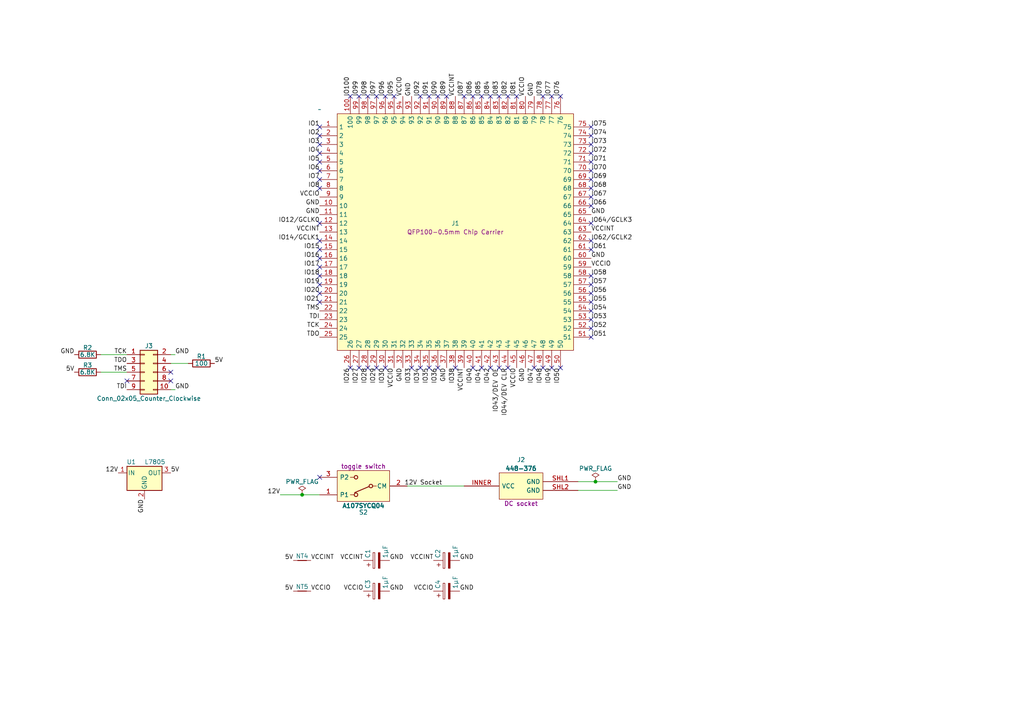
<source format=kicad_sch>
(kicad_sch
	(version 20231120)
	(generator "eeschema")
	(generator_version "8.0")
	(uuid "da8c5c90-e607-4538-b77b-9c657af61acc")
	(paper "A4")
	(title_block
		(title "EPM570 Programmer")
		(date "2025-02-06")
		(rev "V0")
	)
	(lib_symbols
		(symbol "All_Socket:QFP100-0.5_Chip_Carrier"
			(exclude_from_sim no)
			(in_bom yes)
			(on_board yes)
			(property "Reference" "J"
				(at 39.37 -27.94 0)
				(effects
					(font
						(size 1.27 1.27)
					)
				)
			)
			(property "Value" ""
				(at 0 5.08 0)
				(effects
					(font
						(size 1.27 1.27)
					)
				)
			)
			(property "Footprint" "SamacSys_Parts:AllSocket-QFP-100-14X14-0.5-Clamshell"
				(at 39.37 -77.47 0)
				(effects
					(font
						(size 1.27 1.27)
					)
					(hide yes)
				)
			)
			(property "Datasheet" ""
				(at 0 5.08 0)
				(effects
					(font
						(size 1.27 1.27)
					)
					(hide yes)
				)
			)
			(property "Description" "QFP100-0.5mm Chip Carrier"
				(at 39.37 -30.48 0)
				(effects
					(font
						(size 1.27 1.27)
					)
				)
			)
			(symbol "QFP100-0.5_Chip_Carrier_1_0"
				(pin passive line
					(at 0 0 0)
					(length 5.08)
					(name "1"
						(effects
							(font
								(size 1.27 1.27)
							)
						)
					)
					(number "1"
						(effects
							(font
								(size 1.27 1.27)
							)
						)
					)
				)
				(pin passive line
					(at 0 -22.86 0)
					(length 5.08)
					(name "10"
						(effects
							(font
								(size 1.27 1.27)
							)
						)
					)
					(number "10"
						(effects
							(font
								(size 1.27 1.27)
							)
						)
					)
				)
				(pin passive line
					(at 8.89 8.89 270)
					(length 5.08)
					(name "100"
						(effects
							(font
								(size 1.27 1.27)
							)
						)
					)
					(number "100"
						(effects
							(font
								(size 1.27 1.27)
							)
						)
					)
				)
				(pin passive line
					(at 0 -25.4 0)
					(length 5.08)
					(name "11"
						(effects
							(font
								(size 1.27 1.27)
							)
						)
					)
					(number "11"
						(effects
							(font
								(size 1.27 1.27)
							)
						)
					)
				)
				(pin passive line
					(at 0 -27.94 0)
					(length 5.08)
					(name "12"
						(effects
							(font
								(size 1.27 1.27)
							)
						)
					)
					(number "12"
						(effects
							(font
								(size 1.27 1.27)
							)
						)
					)
				)
				(pin passive line
					(at 0 -30.48 0)
					(length 5.08)
					(name "13"
						(effects
							(font
								(size 1.27 1.27)
							)
						)
					)
					(number "13"
						(effects
							(font
								(size 1.27 1.27)
							)
						)
					)
				)
				(pin passive line
					(at 0 -33.02 0)
					(length 5.08)
					(name "14"
						(effects
							(font
								(size 1.27 1.27)
							)
						)
					)
					(number "14"
						(effects
							(font
								(size 1.27 1.27)
							)
						)
					)
				)
				(pin passive line
					(at 0 -35.56 0)
					(length 5.08)
					(name "15"
						(effects
							(font
								(size 1.27 1.27)
							)
						)
					)
					(number "15"
						(effects
							(font
								(size 1.27 1.27)
							)
						)
					)
				)
				(pin passive line
					(at 0 -38.1 0)
					(length 5.08)
					(name "16"
						(effects
							(font
								(size 1.27 1.27)
							)
						)
					)
					(number "16"
						(effects
							(font
								(size 1.27 1.27)
							)
						)
					)
				)
				(pin passive line
					(at 0 -40.64 0)
					(length 5.08)
					(name "17"
						(effects
							(font
								(size 1.27 1.27)
							)
						)
					)
					(number "17"
						(effects
							(font
								(size 1.27 1.27)
							)
						)
					)
				)
				(pin passive line
					(at 0 -43.18 0)
					(length 5.08)
					(name "18"
						(effects
							(font
								(size 1.27 1.27)
							)
						)
					)
					(number "18"
						(effects
							(font
								(size 1.27 1.27)
							)
						)
					)
				)
				(pin passive line
					(at 0 -45.72 0)
					(length 5.08)
					(name "19"
						(effects
							(font
								(size 1.27 1.27)
							)
						)
					)
					(number "19"
						(effects
							(font
								(size 1.27 1.27)
							)
						)
					)
				)
				(pin passive line
					(at 0 -2.54 0)
					(length 5.08)
					(name "2"
						(effects
							(font
								(size 1.27 1.27)
							)
						)
					)
					(number "2"
						(effects
							(font
								(size 1.27 1.27)
							)
						)
					)
				)
				(pin passive line
					(at 0 -48.26 0)
					(length 5.08)
					(name "20"
						(effects
							(font
								(size 1.27 1.27)
							)
						)
					)
					(number "20"
						(effects
							(font
								(size 1.27 1.27)
							)
						)
					)
				)
				(pin passive line
					(at 0 -50.8 0)
					(length 5.08)
					(name "21"
						(effects
							(font
								(size 1.27 1.27)
							)
						)
					)
					(number "21"
						(effects
							(font
								(size 1.27 1.27)
							)
						)
					)
				)
				(pin passive line
					(at 0 -53.34 0)
					(length 5.08)
					(name "22"
						(effects
							(font
								(size 1.27 1.27)
							)
						)
					)
					(number "22"
						(effects
							(font
								(size 1.27 1.27)
							)
						)
					)
				)
				(pin passive line
					(at 0 -55.88 0)
					(length 5.08)
					(name "23"
						(effects
							(font
								(size 1.27 1.27)
							)
						)
					)
					(number "23"
						(effects
							(font
								(size 1.27 1.27)
							)
						)
					)
				)
				(pin passive line
					(at 0 -58.42 0)
					(length 5.08)
					(name "24"
						(effects
							(font
								(size 1.27 1.27)
							)
						)
					)
					(number "24"
						(effects
							(font
								(size 1.27 1.27)
							)
						)
					)
				)
				(pin passive line
					(at 0 -60.96 0)
					(length 5.08)
					(name "25"
						(effects
							(font
								(size 1.27 1.27)
							)
						)
					)
					(number "25"
						(effects
							(font
								(size 1.27 1.27)
							)
						)
					)
				)
				(pin passive line
					(at 8.89 -69.85 90)
					(length 5.08)
					(name "26"
						(effects
							(font
								(size 1.27 1.27)
							)
						)
					)
					(number "26"
						(effects
							(font
								(size 1.27 1.27)
							)
						)
					)
				)
				(pin passive line
					(at 11.43 -69.85 90)
					(length 5.08)
					(name "27"
						(effects
							(font
								(size 1.27 1.27)
							)
						)
					)
					(number "27"
						(effects
							(font
								(size 1.27 1.27)
							)
						)
					)
				)
				(pin passive line
					(at 13.97 -69.85 90)
					(length 5.08)
					(name "28"
						(effects
							(font
								(size 1.27 1.27)
							)
						)
					)
					(number "28"
						(effects
							(font
								(size 1.27 1.27)
							)
						)
					)
				)
				(pin passive line
					(at 16.51 -69.85 90)
					(length 5.08)
					(name "29"
						(effects
							(font
								(size 1.27 1.27)
							)
						)
					)
					(number "29"
						(effects
							(font
								(size 1.27 1.27)
							)
						)
					)
				)
				(pin passive line
					(at 0 -5.08 0)
					(length 5.08)
					(name "3"
						(effects
							(font
								(size 1.27 1.27)
							)
						)
					)
					(number "3"
						(effects
							(font
								(size 1.27 1.27)
							)
						)
					)
				)
				(pin passive line
					(at 19.05 -69.85 90)
					(length 5.08)
					(name "30"
						(effects
							(font
								(size 1.27 1.27)
							)
						)
					)
					(number "30"
						(effects
							(font
								(size 1.27 1.27)
							)
						)
					)
				)
				(pin passive line
					(at 21.59 -69.85 90)
					(length 5.08)
					(name "31"
						(effects
							(font
								(size 1.27 1.27)
							)
						)
					)
					(number "31"
						(effects
							(font
								(size 1.27 1.27)
							)
						)
					)
				)
				(pin passive line
					(at 24.13 -69.85 90)
					(length 5.08)
					(name "32"
						(effects
							(font
								(size 1.27 1.27)
							)
						)
					)
					(number "32"
						(effects
							(font
								(size 1.27 1.27)
							)
						)
					)
				)
				(pin passive line
					(at 26.67 -69.85 90)
					(length 5.08)
					(name "33"
						(effects
							(font
								(size 1.27 1.27)
							)
						)
					)
					(number "33"
						(effects
							(font
								(size 1.27 1.27)
							)
						)
					)
				)
				(pin passive line
					(at 29.21 -69.85 90)
					(length 5.08)
					(name "34"
						(effects
							(font
								(size 1.27 1.27)
							)
						)
					)
					(number "34"
						(effects
							(font
								(size 1.27 1.27)
							)
						)
					)
				)
				(pin passive line
					(at 31.75 -69.85 90)
					(length 5.08)
					(name "35"
						(effects
							(font
								(size 1.27 1.27)
							)
						)
					)
					(number "35"
						(effects
							(font
								(size 1.27 1.27)
							)
						)
					)
				)
				(pin passive line
					(at 34.29 -69.85 90)
					(length 5.08)
					(name "36"
						(effects
							(font
								(size 1.27 1.27)
							)
						)
					)
					(number "36"
						(effects
							(font
								(size 1.27 1.27)
							)
						)
					)
				)
				(pin passive line
					(at 36.83 -69.85 90)
					(length 5.08)
					(name "37"
						(effects
							(font
								(size 1.27 1.27)
							)
						)
					)
					(number "37"
						(effects
							(font
								(size 1.27 1.27)
							)
						)
					)
				)
				(pin passive line
					(at 39.37 -69.85 90)
					(length 5.08)
					(name "38"
						(effects
							(font
								(size 1.27 1.27)
							)
						)
					)
					(number "38"
						(effects
							(font
								(size 1.27 1.27)
							)
						)
					)
				)
				(pin passive line
					(at 41.91 -69.85 90)
					(length 5.08)
					(name "39"
						(effects
							(font
								(size 1.27 1.27)
							)
						)
					)
					(number "39"
						(effects
							(font
								(size 1.27 1.27)
							)
						)
					)
				)
				(pin passive line
					(at 0 -7.62 0)
					(length 5.08)
					(name "4"
						(effects
							(font
								(size 1.27 1.27)
							)
						)
					)
					(number "4"
						(effects
							(font
								(size 1.27 1.27)
							)
						)
					)
				)
				(pin passive line
					(at 44.45 -69.85 90)
					(length 5.08)
					(name "40"
						(effects
							(font
								(size 1.27 1.27)
							)
						)
					)
					(number "40"
						(effects
							(font
								(size 1.27 1.27)
							)
						)
					)
				)
				(pin passive line
					(at 46.99 -69.85 90)
					(length 5.08)
					(name "41"
						(effects
							(font
								(size 1.27 1.27)
							)
						)
					)
					(number "41"
						(effects
							(font
								(size 1.27 1.27)
							)
						)
					)
				)
				(pin passive line
					(at 49.53 -69.85 90)
					(length 5.08)
					(name "42"
						(effects
							(font
								(size 1.27 1.27)
							)
						)
					)
					(number "42"
						(effects
							(font
								(size 1.27 1.27)
							)
						)
					)
				)
				(pin passive line
					(at 52.07 -69.85 90)
					(length 5.08)
					(name "43"
						(effects
							(font
								(size 1.27 1.27)
							)
						)
					)
					(number "43"
						(effects
							(font
								(size 1.27 1.27)
							)
						)
					)
				)
				(pin passive line
					(at 54.61 -69.85 90)
					(length 5.08)
					(name "44"
						(effects
							(font
								(size 1.27 1.27)
							)
						)
					)
					(number "44"
						(effects
							(font
								(size 1.27 1.27)
							)
						)
					)
				)
				(pin passive line
					(at 57.15 -69.85 90)
					(length 5.08)
					(name "45"
						(effects
							(font
								(size 1.27 1.27)
							)
						)
					)
					(number "45"
						(effects
							(font
								(size 1.27 1.27)
							)
						)
					)
				)
				(pin passive line
					(at 59.69 -69.85 90)
					(length 5.08)
					(name "46"
						(effects
							(font
								(size 1.27 1.27)
							)
						)
					)
					(number "46"
						(effects
							(font
								(size 1.27 1.27)
							)
						)
					)
				)
				(pin passive line
					(at 62.23 -69.85 90)
					(length 5.08)
					(name "47"
						(effects
							(font
								(size 1.27 1.27)
							)
						)
					)
					(number "47"
						(effects
							(font
								(size 1.27 1.27)
							)
						)
					)
				)
				(pin passive line
					(at 64.77 -69.85 90)
					(length 5.08)
					(name "48"
						(effects
							(font
								(size 1.27 1.27)
							)
						)
					)
					(number "48"
						(effects
							(font
								(size 1.27 1.27)
							)
						)
					)
				)
				(pin passive line
					(at 67.31 -69.85 90)
					(length 5.08)
					(name "49"
						(effects
							(font
								(size 1.27 1.27)
							)
						)
					)
					(number "49"
						(effects
							(font
								(size 1.27 1.27)
							)
						)
					)
				)
				(pin passive line
					(at 0 -10.16 0)
					(length 5.08)
					(name "5"
						(effects
							(font
								(size 1.27 1.27)
							)
						)
					)
					(number "5"
						(effects
							(font
								(size 1.27 1.27)
							)
						)
					)
				)
				(pin passive line
					(at 69.85 -69.85 90)
					(length 5.08)
					(name "50"
						(effects
							(font
								(size 1.27 1.27)
							)
						)
					)
					(number "50"
						(effects
							(font
								(size 1.27 1.27)
							)
						)
					)
				)
				(pin passive line
					(at 78.74 -60.96 180)
					(length 5.08)
					(name "51"
						(effects
							(font
								(size 1.27 1.27)
							)
						)
					)
					(number "51"
						(effects
							(font
								(size 1.27 1.27)
							)
						)
					)
				)
				(pin passive line
					(at 78.74 -58.42 180)
					(length 5.08)
					(name "52"
						(effects
							(font
								(size 1.27 1.27)
							)
						)
					)
					(number "52"
						(effects
							(font
								(size 1.27 1.27)
							)
						)
					)
				)
				(pin passive line
					(at 78.74 -55.88 180)
					(length 5.08)
					(name "53"
						(effects
							(font
								(size 1.27 1.27)
							)
						)
					)
					(number "53"
						(effects
							(font
								(size 1.27 1.27)
							)
						)
					)
				)
				(pin passive line
					(at 78.74 -53.34 180)
					(length 5.08)
					(name "54"
						(effects
							(font
								(size 1.27 1.27)
							)
						)
					)
					(number "54"
						(effects
							(font
								(size 1.27 1.27)
							)
						)
					)
				)
				(pin passive line
					(at 78.74 -50.8 180)
					(length 5.08)
					(name "55"
						(effects
							(font
								(size 1.27 1.27)
							)
						)
					)
					(number "55"
						(effects
							(font
								(size 1.27 1.27)
							)
						)
					)
				)
				(pin passive line
					(at 78.74 -48.26 180)
					(length 5.08)
					(name "56"
						(effects
							(font
								(size 1.27 1.27)
							)
						)
					)
					(number "56"
						(effects
							(font
								(size 1.27 1.27)
							)
						)
					)
				)
				(pin passive line
					(at 78.74 -45.72 180)
					(length 5.08)
					(name "57"
						(effects
							(font
								(size 1.27 1.27)
							)
						)
					)
					(number "57"
						(effects
							(font
								(size 1.27 1.27)
							)
						)
					)
				)
				(pin passive line
					(at 78.74 -43.18 180)
					(length 5.08)
					(name "58"
						(effects
							(font
								(size 1.27 1.27)
							)
						)
					)
					(number "58"
						(effects
							(font
								(size 1.27 1.27)
							)
						)
					)
				)
				(pin passive line
					(at 78.74 -40.64 180)
					(length 5.08)
					(name "59"
						(effects
							(font
								(size 1.27 1.27)
							)
						)
					)
					(number "59"
						(effects
							(font
								(size 1.27 1.27)
							)
						)
					)
				)
				(pin passive line
					(at 0 -12.7 0)
					(length 5.08)
					(name "6"
						(effects
							(font
								(size 1.27 1.27)
							)
						)
					)
					(number "6"
						(effects
							(font
								(size 1.27 1.27)
							)
						)
					)
				)
				(pin passive line
					(at 78.74 -38.1 180)
					(length 5.08)
					(name "60"
						(effects
							(font
								(size 1.27 1.27)
							)
						)
					)
					(number "60"
						(effects
							(font
								(size 1.27 1.27)
							)
						)
					)
				)
				(pin passive line
					(at 78.74 -35.56 180)
					(length 5.08)
					(name "61"
						(effects
							(font
								(size 1.27 1.27)
							)
						)
					)
					(number "61"
						(effects
							(font
								(size 1.27 1.27)
							)
						)
					)
				)
				(pin passive line
					(at 78.74 -33.02 180)
					(length 5.08)
					(name "62"
						(effects
							(font
								(size 1.27 1.27)
							)
						)
					)
					(number "62"
						(effects
							(font
								(size 1.27 1.27)
							)
						)
					)
				)
				(pin passive line
					(at 78.74 -30.48 180)
					(length 5.08)
					(name "63"
						(effects
							(font
								(size 1.27 1.27)
							)
						)
					)
					(number "63"
						(effects
							(font
								(size 1.27 1.27)
							)
						)
					)
				)
				(pin passive line
					(at 78.74 -27.94 180)
					(length 5.08)
					(name "64"
						(effects
							(font
								(size 1.27 1.27)
							)
						)
					)
					(number "64"
						(effects
							(font
								(size 1.27 1.27)
							)
						)
					)
				)
				(pin passive line
					(at 78.74 -25.4 180)
					(length 5.08)
					(name "65"
						(effects
							(font
								(size 1.27 1.27)
							)
						)
					)
					(number "65"
						(effects
							(font
								(size 1.27 1.27)
							)
						)
					)
				)
				(pin passive line
					(at 78.74 -22.86 180)
					(length 5.08)
					(name "66"
						(effects
							(font
								(size 1.27 1.27)
							)
						)
					)
					(number "66"
						(effects
							(font
								(size 1.27 1.27)
							)
						)
					)
				)
				(pin passive line
					(at 78.74 -20.32 180)
					(length 5.08)
					(name "67"
						(effects
							(font
								(size 1.27 1.27)
							)
						)
					)
					(number "67"
						(effects
							(font
								(size 1.27 1.27)
							)
						)
					)
				)
				(pin passive line
					(at 78.74 -17.78 180)
					(length 5.08)
					(name "68"
						(effects
							(font
								(size 1.27 1.27)
							)
						)
					)
					(number "68"
						(effects
							(font
								(size 1.27 1.27)
							)
						)
					)
				)
				(pin passive line
					(at 78.74 -15.24 180)
					(length 5.08)
					(name "69"
						(effects
							(font
								(size 1.27 1.27)
							)
						)
					)
					(number "69"
						(effects
							(font
								(size 1.27 1.27)
							)
						)
					)
				)
				(pin passive line
					(at 0 -15.24 0)
					(length 5.08)
					(name "7"
						(effects
							(font
								(size 1.27 1.27)
							)
						)
					)
					(number "7"
						(effects
							(font
								(size 1.27 1.27)
							)
						)
					)
				)
				(pin passive line
					(at 78.74 -12.7 180)
					(length 5.08)
					(name "70"
						(effects
							(font
								(size 1.27 1.27)
							)
						)
					)
					(number "70"
						(effects
							(font
								(size 1.27 1.27)
							)
						)
					)
				)
				(pin passive line
					(at 78.74 -10.16 180)
					(length 5.08)
					(name "71"
						(effects
							(font
								(size 1.27 1.27)
							)
						)
					)
					(number "71"
						(effects
							(font
								(size 1.27 1.27)
							)
						)
					)
				)
				(pin passive line
					(at 78.74 -7.62 180)
					(length 5.08)
					(name "72"
						(effects
							(font
								(size 1.27 1.27)
							)
						)
					)
					(number "72"
						(effects
							(font
								(size 1.27 1.27)
							)
						)
					)
				)
				(pin passive line
					(at 78.74 -5.08 180)
					(length 5.08)
					(name "73"
						(effects
							(font
								(size 1.27 1.27)
							)
						)
					)
					(number "73"
						(effects
							(font
								(size 1.27 1.27)
							)
						)
					)
				)
				(pin passive line
					(at 78.74 -2.54 180)
					(length 5.08)
					(name "74"
						(effects
							(font
								(size 1.27 1.27)
							)
						)
					)
					(number "74"
						(effects
							(font
								(size 1.27 1.27)
							)
						)
					)
				)
				(pin passive line
					(at 78.74 0 180)
					(length 5.08)
					(name "75"
						(effects
							(font
								(size 1.27 1.27)
							)
						)
					)
					(number "75"
						(effects
							(font
								(size 1.27 1.27)
							)
						)
					)
				)
				(pin passive line
					(at 69.85 8.89 270)
					(length 5.08)
					(name "76"
						(effects
							(font
								(size 1.27 1.27)
							)
						)
					)
					(number "76"
						(effects
							(font
								(size 1.27 1.27)
							)
						)
					)
				)
				(pin passive line
					(at 67.31 8.89 270)
					(length 5.08)
					(name "77"
						(effects
							(font
								(size 1.27 1.27)
							)
						)
					)
					(number "77"
						(effects
							(font
								(size 1.27 1.27)
							)
						)
					)
				)
				(pin passive line
					(at 64.77 8.89 270)
					(length 5.08)
					(name "78"
						(effects
							(font
								(size 1.27 1.27)
							)
						)
					)
					(number "78"
						(effects
							(font
								(size 1.27 1.27)
							)
						)
					)
				)
				(pin passive line
					(at 62.23 8.89 270)
					(length 5.08)
					(name "79"
						(effects
							(font
								(size 1.27 1.27)
							)
						)
					)
					(number "79"
						(effects
							(font
								(size 1.27 1.27)
							)
						)
					)
				)
				(pin passive line
					(at 0 -17.78 0)
					(length 5.08)
					(name "8"
						(effects
							(font
								(size 1.27 1.27)
							)
						)
					)
					(number "8"
						(effects
							(font
								(size 1.27 1.27)
							)
						)
					)
				)
				(pin passive line
					(at 59.69 8.89 270)
					(length 5.08)
					(name "80"
						(effects
							(font
								(size 1.27 1.27)
							)
						)
					)
					(number "80"
						(effects
							(font
								(size 1.27 1.27)
							)
						)
					)
				)
				(pin passive line
					(at 57.15 8.89 270)
					(length 5.08)
					(name "81"
						(effects
							(font
								(size 1.27 1.27)
							)
						)
					)
					(number "81"
						(effects
							(font
								(size 1.27 1.27)
							)
						)
					)
				)
				(pin passive line
					(at 54.61 8.89 270)
					(length 5.08)
					(name "82"
						(effects
							(font
								(size 1.27 1.27)
							)
						)
					)
					(number "82"
						(effects
							(font
								(size 1.27 1.27)
							)
						)
					)
				)
				(pin passive line
					(at 52.07 8.89 270)
					(length 5.08)
					(name "83"
						(effects
							(font
								(size 1.27 1.27)
							)
						)
					)
					(number "83"
						(effects
							(font
								(size 1.27 1.27)
							)
						)
					)
				)
				(pin passive line
					(at 49.53 8.89 270)
					(length 5.08)
					(name "84"
						(effects
							(font
								(size 1.27 1.27)
							)
						)
					)
					(number "84"
						(effects
							(font
								(size 1.27 1.27)
							)
						)
					)
				)
				(pin passive line
					(at 46.99 8.89 270)
					(length 5.08)
					(name "85"
						(effects
							(font
								(size 1.27 1.27)
							)
						)
					)
					(number "85"
						(effects
							(font
								(size 1.27 1.27)
							)
						)
					)
				)
				(pin passive line
					(at 44.45 8.89 270)
					(length 5.08)
					(name "86"
						(effects
							(font
								(size 1.27 1.27)
							)
						)
					)
					(number "86"
						(effects
							(font
								(size 1.27 1.27)
							)
						)
					)
				)
				(pin passive line
					(at 41.91 8.89 270)
					(length 5.08)
					(name "87"
						(effects
							(font
								(size 1.27 1.27)
							)
						)
					)
					(number "87"
						(effects
							(font
								(size 1.27 1.27)
							)
						)
					)
				)
				(pin passive line
					(at 39.37 8.89 270)
					(length 5.08)
					(name "88"
						(effects
							(font
								(size 1.27 1.27)
							)
						)
					)
					(number "88"
						(effects
							(font
								(size 1.27 1.27)
							)
						)
					)
				)
				(pin passive line
					(at 36.83 8.89 270)
					(length 5.08)
					(name "89"
						(effects
							(font
								(size 1.27 1.27)
							)
						)
					)
					(number "89"
						(effects
							(font
								(size 1.27 1.27)
							)
						)
					)
				)
				(pin passive line
					(at 0 -20.32 0)
					(length 5.08)
					(name "9"
						(effects
							(font
								(size 1.27 1.27)
							)
						)
					)
					(number "9"
						(effects
							(font
								(size 1.27 1.27)
							)
						)
					)
				)
				(pin passive line
					(at 34.29 8.89 270)
					(length 5.08)
					(name "90"
						(effects
							(font
								(size 1.27 1.27)
							)
						)
					)
					(number "90"
						(effects
							(font
								(size 1.27 1.27)
							)
						)
					)
				)
				(pin passive line
					(at 31.75 8.89 270)
					(length 5.08)
					(name "91"
						(effects
							(font
								(size 1.27 1.27)
							)
						)
					)
					(number "91"
						(effects
							(font
								(size 1.27 1.27)
							)
						)
					)
				)
				(pin passive line
					(at 29.21 8.89 270)
					(length 5.08)
					(name "92"
						(effects
							(font
								(size 1.27 1.27)
							)
						)
					)
					(number "92"
						(effects
							(font
								(size 1.27 1.27)
							)
						)
					)
				)
				(pin passive line
					(at 26.67 8.89 270)
					(length 5.08)
					(name "93"
						(effects
							(font
								(size 1.27 1.27)
							)
						)
					)
					(number "93"
						(effects
							(font
								(size 1.27 1.27)
							)
						)
					)
				)
				(pin passive line
					(at 24.13 8.89 270)
					(length 5.08)
					(name "94"
						(effects
							(font
								(size 1.27 1.27)
							)
						)
					)
					(number "94"
						(effects
							(font
								(size 1.27 1.27)
							)
						)
					)
				)
				(pin passive line
					(at 21.59 8.89 270)
					(length 5.08)
					(name "95"
						(effects
							(font
								(size 1.27 1.27)
							)
						)
					)
					(number "95"
						(effects
							(font
								(size 1.27 1.27)
							)
						)
					)
				)
				(pin passive line
					(at 19.05 8.89 270)
					(length 5.08)
					(name "96"
						(effects
							(font
								(size 1.27 1.27)
							)
						)
					)
					(number "96"
						(effects
							(font
								(size 1.27 1.27)
							)
						)
					)
				)
				(pin passive line
					(at 16.51 8.89 270)
					(length 5.08)
					(name "97"
						(effects
							(font
								(size 1.27 1.27)
							)
						)
					)
					(number "97"
						(effects
							(font
								(size 1.27 1.27)
							)
						)
					)
				)
				(pin passive line
					(at 13.97 8.89 270)
					(length 5.08)
					(name "98"
						(effects
							(font
								(size 1.27 1.27)
							)
						)
					)
					(number "98"
						(effects
							(font
								(size 1.27 1.27)
							)
						)
					)
				)
				(pin passive line
					(at 11.43 8.89 270)
					(length 5.08)
					(name "99"
						(effects
							(font
								(size 1.27 1.27)
							)
						)
					)
					(number "99"
						(effects
							(font
								(size 1.27 1.27)
							)
						)
					)
				)
			)
			(symbol "QFP100-0.5_Chip_Carrier_1_1"
				(rectangle
					(start 5.08 3.81)
					(end 73.66 -64.77)
					(stroke
						(width 0)
						(type default)
					)
					(fill
						(type background)
					)
				)
			)
		)
		(symbol "Connector_Generic:Conn_02x05_Odd_Even"
			(pin_names
				(offset 1.016) hide)
			(exclude_from_sim no)
			(in_bom yes)
			(on_board yes)
			(property "Reference" "J"
				(at 1.27 7.62 0)
				(effects
					(font
						(size 1.27 1.27)
					)
				)
			)
			(property "Value" "Conn_02x05_Odd_Even"
				(at 1.27 -7.62 0)
				(effects
					(font
						(size 1.27 1.27)
					)
				)
			)
			(property "Footprint" ""
				(at 0 0 0)
				(effects
					(font
						(size 1.27 1.27)
					)
					(hide yes)
				)
			)
			(property "Datasheet" "~"
				(at 0 0 0)
				(effects
					(font
						(size 1.27 1.27)
					)
					(hide yes)
				)
			)
			(property "Description" "Generic connector, double row, 02x05, odd/even pin numbering scheme (row 1 odd numbers, row 2 even numbers), script generated (kicad-library-utils/schlib/autogen/connector/)"
				(at 0 0 0)
				(effects
					(font
						(size 1.27 1.27)
					)
					(hide yes)
				)
			)
			(property "ki_keywords" "connector"
				(at 0 0 0)
				(effects
					(font
						(size 1.27 1.27)
					)
					(hide yes)
				)
			)
			(property "ki_fp_filters" "Connector*:*_2x??_*"
				(at 0 0 0)
				(effects
					(font
						(size 1.27 1.27)
					)
					(hide yes)
				)
			)
			(symbol "Conn_02x05_Odd_Even_1_1"
				(rectangle
					(start -1.27 -4.953)
					(end 0 -5.207)
					(stroke
						(width 0.1524)
						(type default)
					)
					(fill
						(type none)
					)
				)
				(rectangle
					(start -1.27 -2.413)
					(end 0 -2.667)
					(stroke
						(width 0.1524)
						(type default)
					)
					(fill
						(type none)
					)
				)
				(rectangle
					(start -1.27 0.127)
					(end 0 -0.127)
					(stroke
						(width 0.1524)
						(type default)
					)
					(fill
						(type none)
					)
				)
				(rectangle
					(start -1.27 2.667)
					(end 0 2.413)
					(stroke
						(width 0.1524)
						(type default)
					)
					(fill
						(type none)
					)
				)
				(rectangle
					(start -1.27 5.207)
					(end 0 4.953)
					(stroke
						(width 0.1524)
						(type default)
					)
					(fill
						(type none)
					)
				)
				(rectangle
					(start -1.27 6.35)
					(end 3.81 -6.35)
					(stroke
						(width 0.254)
						(type default)
					)
					(fill
						(type background)
					)
				)
				(rectangle
					(start 3.81 -4.953)
					(end 2.54 -5.207)
					(stroke
						(width 0.1524)
						(type default)
					)
					(fill
						(type none)
					)
				)
				(rectangle
					(start 3.81 -2.413)
					(end 2.54 -2.667)
					(stroke
						(width 0.1524)
						(type default)
					)
					(fill
						(type none)
					)
				)
				(rectangle
					(start 3.81 0.127)
					(end 2.54 -0.127)
					(stroke
						(width 0.1524)
						(type default)
					)
					(fill
						(type none)
					)
				)
				(rectangle
					(start 3.81 2.667)
					(end 2.54 2.413)
					(stroke
						(width 0.1524)
						(type default)
					)
					(fill
						(type none)
					)
				)
				(rectangle
					(start 3.81 5.207)
					(end 2.54 4.953)
					(stroke
						(width 0.1524)
						(type default)
					)
					(fill
						(type none)
					)
				)
				(pin passive line
					(at -5.08 5.08 0)
					(length 3.81)
					(name "Pin_1"
						(effects
							(font
								(size 1.27 1.27)
							)
						)
					)
					(number "1"
						(effects
							(font
								(size 1.27 1.27)
							)
						)
					)
				)
				(pin passive line
					(at 7.62 -5.08 180)
					(length 3.81)
					(name "Pin_10"
						(effects
							(font
								(size 1.27 1.27)
							)
						)
					)
					(number "10"
						(effects
							(font
								(size 1.27 1.27)
							)
						)
					)
				)
				(pin passive line
					(at 7.62 5.08 180)
					(length 3.81)
					(name "Pin_2"
						(effects
							(font
								(size 1.27 1.27)
							)
						)
					)
					(number "2"
						(effects
							(font
								(size 1.27 1.27)
							)
						)
					)
				)
				(pin passive line
					(at -5.08 2.54 0)
					(length 3.81)
					(name "Pin_3"
						(effects
							(font
								(size 1.27 1.27)
							)
						)
					)
					(number "3"
						(effects
							(font
								(size 1.27 1.27)
							)
						)
					)
				)
				(pin passive line
					(at 7.62 2.54 180)
					(length 3.81)
					(name "Pin_4"
						(effects
							(font
								(size 1.27 1.27)
							)
						)
					)
					(number "4"
						(effects
							(font
								(size 1.27 1.27)
							)
						)
					)
				)
				(pin passive line
					(at -5.08 0 0)
					(length 3.81)
					(name "Pin_5"
						(effects
							(font
								(size 1.27 1.27)
							)
						)
					)
					(number "5"
						(effects
							(font
								(size 1.27 1.27)
							)
						)
					)
				)
				(pin passive line
					(at 7.62 0 180)
					(length 3.81)
					(name "Pin_6"
						(effects
							(font
								(size 1.27 1.27)
							)
						)
					)
					(number "6"
						(effects
							(font
								(size 1.27 1.27)
							)
						)
					)
				)
				(pin passive line
					(at -5.08 -2.54 0)
					(length 3.81)
					(name "Pin_7"
						(effects
							(font
								(size 1.27 1.27)
							)
						)
					)
					(number "7"
						(effects
							(font
								(size 1.27 1.27)
							)
						)
					)
				)
				(pin passive line
					(at 7.62 -2.54 180)
					(length 3.81)
					(name "Pin_8"
						(effects
							(font
								(size 1.27 1.27)
							)
						)
					)
					(number "8"
						(effects
							(font
								(size 1.27 1.27)
							)
						)
					)
				)
				(pin passive line
					(at -5.08 -5.08 0)
					(length 3.81)
					(name "Pin_9"
						(effects
							(font
								(size 1.27 1.27)
							)
						)
					)
					(number "9"
						(effects
							(font
								(size 1.27 1.27)
							)
						)
					)
				)
			)
		)
		(symbol "Device:NetTie_2"
			(pin_numbers hide)
			(pin_names
				(offset 0) hide)
			(exclude_from_sim no)
			(in_bom no)
			(on_board yes)
			(property "Reference" "NT"
				(at 0 1.27 0)
				(effects
					(font
						(size 1.27 1.27)
					)
				)
			)
			(property "Value" "NetTie_2"
				(at 0 -1.27 0)
				(effects
					(font
						(size 1.27 1.27)
					)
				)
			)
			(property "Footprint" ""
				(at 0 0 0)
				(effects
					(font
						(size 1.27 1.27)
					)
					(hide yes)
				)
			)
			(property "Datasheet" "~"
				(at 0 0 0)
				(effects
					(font
						(size 1.27 1.27)
					)
					(hide yes)
				)
			)
			(property "Description" "Net tie, 2 pins"
				(at 0 0 0)
				(effects
					(font
						(size 1.27 1.27)
					)
					(hide yes)
				)
			)
			(property "ki_keywords" "net tie short"
				(at 0 0 0)
				(effects
					(font
						(size 1.27 1.27)
					)
					(hide yes)
				)
			)
			(property "ki_fp_filters" "Net*Tie*"
				(at 0 0 0)
				(effects
					(font
						(size 1.27 1.27)
					)
					(hide yes)
				)
			)
			(symbol "NetTie_2_0_1"
				(polyline
					(pts
						(xy -1.27 0) (xy 1.27 0)
					)
					(stroke
						(width 0.254)
						(type default)
					)
					(fill
						(type none)
					)
				)
			)
			(symbol "NetTie_2_1_1"
				(pin passive line
					(at -2.54 0 0)
					(length 2.54)
					(name "1"
						(effects
							(font
								(size 1.27 1.27)
							)
						)
					)
					(number "1"
						(effects
							(font
								(size 1.27 1.27)
							)
						)
					)
				)
				(pin passive line
					(at 2.54 0 180)
					(length 2.54)
					(name "2"
						(effects
							(font
								(size 1.27 1.27)
							)
						)
					)
					(number "2"
						(effects
							(font
								(size 1.27 1.27)
							)
						)
					)
				)
			)
		)
		(symbol "Device:R"
			(pin_numbers hide)
			(pin_names
				(offset 0)
			)
			(exclude_from_sim no)
			(in_bom yes)
			(on_board yes)
			(property "Reference" "R"
				(at 2.032 0 90)
				(effects
					(font
						(size 1.27 1.27)
					)
				)
			)
			(property "Value" "R"
				(at 0 0 90)
				(effects
					(font
						(size 1.27 1.27)
					)
				)
			)
			(property "Footprint" ""
				(at -1.778 0 90)
				(effects
					(font
						(size 1.27 1.27)
					)
					(hide yes)
				)
			)
			(property "Datasheet" "~"
				(at 0 0 0)
				(effects
					(font
						(size 1.27 1.27)
					)
					(hide yes)
				)
			)
			(property "Description" "Resistor"
				(at 0 0 0)
				(effects
					(font
						(size 1.27 1.27)
					)
					(hide yes)
				)
			)
			(property "ki_keywords" "R res resistor"
				(at 0 0 0)
				(effects
					(font
						(size 1.27 1.27)
					)
					(hide yes)
				)
			)
			(property "ki_fp_filters" "R_*"
				(at 0 0 0)
				(effects
					(font
						(size 1.27 1.27)
					)
					(hide yes)
				)
			)
			(symbol "R_0_1"
				(rectangle
					(start -1.016 -2.54)
					(end 1.016 2.54)
					(stroke
						(width 0.254)
						(type default)
					)
					(fill
						(type none)
					)
				)
			)
			(symbol "R_1_1"
				(pin passive line
					(at 0 3.81 270)
					(length 1.27)
					(name "~"
						(effects
							(font
								(size 1.27 1.27)
							)
						)
					)
					(number "1"
						(effects
							(font
								(size 1.27 1.27)
							)
						)
					)
				)
				(pin passive line
					(at 0 -3.81 90)
					(length 1.27)
					(name "~"
						(effects
							(font
								(size 1.27 1.27)
							)
						)
					)
					(number "2"
						(effects
							(font
								(size 1.27 1.27)
							)
						)
					)
				)
			)
		)
		(symbol "HCP65:C_Radial_D4.0mm_P2.00mm"
			(pin_numbers hide)
			(pin_names
				(offset 0.254)
			)
			(exclude_from_sim no)
			(in_bom yes)
			(on_board yes)
			(property "Reference" "C"
				(at 0.635 2.54 0)
				(effects
					(font
						(size 1.27 1.27)
					)
					(justify left)
				)
			)
			(property "Value" "?μF"
				(at 0.635 -2.54 0)
				(effects
					(font
						(size 1.27 1.27)
					)
					(justify left)
				)
			)
			(property "Footprint" "SamacSys_Parts:CP_Radial_D4.0mm_P2.00mm"
				(at 0 -11.43 0)
				(effects
					(font
						(size 1.27 1.27)
					)
					(hide yes)
				)
			)
			(property "Datasheet" ""
				(at 5.08 -5.08 0)
				(effects
					(font
						(size 1.27 1.27)
					)
					(hide yes)
				)
			)
			(property "Description" ""
				(at 0.635 -2.54 0)
				(effects
					(font
						(size 1.27 1.27)
					)
					(justify left)
					(hide yes)
				)
			)
			(property "ki_keywords" "Polarised Capacitor"
				(at 0 0 0)
				(effects
					(font
						(size 1.27 1.27)
					)
					(hide yes)
				)
			)
			(property "ki_fp_filters" "CP_*"
				(at 0 0 0)
				(effects
					(font
						(size 1.27 1.27)
					)
					(hide yes)
				)
			)
			(symbol "C_Radial_D4.0mm_P2.00mm_0_1"
				(rectangle
					(start -2.286 0.508)
					(end 2.286 1.016)
					(stroke
						(width 0)
						(type default)
					)
					(fill
						(type none)
					)
				)
				(polyline
					(pts
						(xy -1.778 2.286) (xy -0.762 2.286)
					)
					(stroke
						(width 0)
						(type default)
					)
					(fill
						(type none)
					)
				)
				(polyline
					(pts
						(xy -1.27 2.794) (xy -1.27 1.778)
					)
					(stroke
						(width 0)
						(type default)
					)
					(fill
						(type none)
					)
				)
				(rectangle
					(start 2.286 -0.508)
					(end -2.286 -1.016)
					(stroke
						(width 0)
						(type default)
					)
					(fill
						(type outline)
					)
				)
			)
			(symbol "C_Radial_D4.0mm_P2.00mm_1_1"
				(pin passive line
					(at 0 3.81 270)
					(length 2.794)
					(name "~"
						(effects
							(font
								(size 1.27 1.27)
							)
						)
					)
					(number "1"
						(effects
							(font
								(size 1.27 1.27)
							)
						)
					)
				)
				(pin passive line
					(at 0 -3.81 90)
					(length 2.794)
					(name "~"
						(effects
							(font
								(size 1.27 1.27)
							)
						)
					)
					(number "2"
						(effects
							(font
								(size 1.27 1.27)
							)
						)
					)
				)
			)
		)
		(symbol "RS_Components:448-376"
			(pin_names
				(offset 0.762)
			)
			(exclude_from_sim no)
			(in_bom yes)
			(on_board yes)
			(property "Reference" "J"
				(at 11.43 6.35 0)
				(effects
					(font
						(size 1.27 1.27)
					)
				)
			)
			(property "Value" "448-376"
				(at 11.43 3.81 0)
				(effects
					(font
						(size 1.27 1.27)
						(bold yes)
					)
				)
			)
			(property "Footprint" "SamacSys_Parts:448376"
				(at 19.05 -10.922 0)
				(effects
					(font
						(size 1.27 1.27)
					)
					(justify left)
					(hide yes)
				)
			)
			(property "Datasheet" "https://docs.rs-online.com/902a/0900766b81582446.pdf"
				(at 19.05 -13.462 0)
				(effects
					(font
						(size 1.27 1.27)
					)
					(justify left)
					(hide yes)
				)
			)
			(property "Description" "DC socket"
				(at 11.43 -6.35 0)
				(effects
					(font
						(size 1.27 1.27)
					)
				)
			)
			(property "Height" "11"
				(at 19.05 -18.542 0)
				(effects
					(font
						(size 1.27 1.27)
					)
					(justify left)
					(hide yes)
				)
			)
			(property "Manufacturer_Name" "RS Components"
				(at 19.05 -21.082 0)
				(effects
					(font
						(size 1.27 1.27)
					)
					(justify left)
					(hide yes)
				)
			)
			(property "Manufacturer_Part_Number" "448-376"
				(at 19.05 -23.622 0)
				(effects
					(font
						(size 1.27 1.27)
					)
					(justify left)
					(hide yes)
				)
			)
			(property "Mouser Part Number" ""
				(at 19.05 -26.162 0)
				(effects
					(font
						(size 1.27 1.27)
					)
					(justify left)
					(hide yes)
				)
			)
			(property "Mouser Price/Stock" ""
				(at 19.05 -28.702 0)
				(effects
					(font
						(size 1.27 1.27)
					)
					(justify left)
					(hide yes)
				)
			)
			(property "Arrow Part Number" ""
				(at 19.05 -31.242 0)
				(effects
					(font
						(size 1.27 1.27)
					)
					(justify left)
					(hide yes)
				)
			)
			(property "Arrow Price/Stock" ""
				(at 19.05 -33.782 0)
				(effects
					(font
						(size 1.27 1.27)
					)
					(justify left)
					(hide yes)
				)
			)
			(symbol "448-376_0_1"
				(polyline
					(pts
						(xy 5.08 2.54) (xy 17.78 2.54) (xy 17.78 -5.08) (xy 5.08 -5.08) (xy 5.08 2.54)
					)
					(stroke
						(width 0.1524)
						(type default)
					)
					(fill
						(type background)
					)
				)
			)
			(symbol "448-376_1_0"
				(pin passive line
					(at -5.08 -1.27 0)
					(length 10.16)
					(name "VCC"
						(effects
							(font
								(size 1.27 1.27)
							)
						)
					)
					(number "INNER"
						(effects
							(font
								(size 1.27 1.27)
							)
						)
					)
				)
				(pin passive line
					(at 27.94 0 180)
					(length 10.16)
					(name "GND"
						(effects
							(font
								(size 1.27 1.27)
							)
						)
					)
					(number "SHL1"
						(effects
							(font
								(size 1.27 1.27)
							)
						)
					)
				)
				(pin passive line
					(at 27.94 -2.54 180)
					(length 10.16)
					(name "GND"
						(effects
							(font
								(size 1.27 1.27)
							)
						)
					)
					(number "SHL2"
						(effects
							(font
								(size 1.27 1.27)
							)
						)
					)
				)
			)
		)
		(symbol "Regulator_Linear:L7805"
			(pin_names
				(offset 0.254)
			)
			(exclude_from_sim no)
			(in_bom yes)
			(on_board yes)
			(property "Reference" "U"
				(at -3.81 3.175 0)
				(effects
					(font
						(size 1.27 1.27)
					)
				)
			)
			(property "Value" "L7805"
				(at 0 3.175 0)
				(effects
					(font
						(size 1.27 1.27)
					)
					(justify left)
				)
			)
			(property "Footprint" ""
				(at 0.635 -3.81 0)
				(effects
					(font
						(size 1.27 1.27)
						(italic yes)
					)
					(justify left)
					(hide yes)
				)
			)
			(property "Datasheet" "http://www.st.com/content/ccc/resource/technical/document/datasheet/41/4f/b3/b0/12/d4/47/88/CD00000444.pdf/files/CD00000444.pdf/jcr:content/translations/en.CD00000444.pdf"
				(at 0 -1.27 0)
				(effects
					(font
						(size 1.27 1.27)
					)
					(hide yes)
				)
			)
			(property "Description" "Positive 1.5A 35V Linear Regulator, Fixed Output 5V, TO-220/TO-263/TO-252"
				(at 0 0 0)
				(effects
					(font
						(size 1.27 1.27)
					)
					(hide yes)
				)
			)
			(property "ki_keywords" "Voltage Regulator 1.5A Positive"
				(at 0 0 0)
				(effects
					(font
						(size 1.27 1.27)
					)
					(hide yes)
				)
			)
			(property "ki_fp_filters" "TO?252* TO?263* TO?220*"
				(at 0 0 0)
				(effects
					(font
						(size 1.27 1.27)
					)
					(hide yes)
				)
			)
			(symbol "L7805_0_1"
				(rectangle
					(start -5.08 1.905)
					(end 5.08 -5.08)
					(stroke
						(width 0.254)
						(type default)
					)
					(fill
						(type background)
					)
				)
			)
			(symbol "L7805_1_1"
				(pin power_in line
					(at -7.62 0 0)
					(length 2.54)
					(name "IN"
						(effects
							(font
								(size 1.27 1.27)
							)
						)
					)
					(number "1"
						(effects
							(font
								(size 1.27 1.27)
							)
						)
					)
				)
				(pin power_in line
					(at 0 -7.62 90)
					(length 2.54)
					(name "GND"
						(effects
							(font
								(size 1.27 1.27)
							)
						)
					)
					(number "2"
						(effects
							(font
								(size 1.27 1.27)
							)
						)
					)
				)
				(pin power_out line
					(at 7.62 0 180)
					(length 2.54)
					(name "OUT"
						(effects
							(font
								(size 1.27 1.27)
							)
						)
					)
					(number "3"
						(effects
							(font
								(size 1.27 1.27)
							)
						)
					)
				)
			)
		)
		(symbol "TE_Connectivity:A107SYCQ04"
			(pin_names
				(offset 0.762)
			)
			(exclude_from_sim no)
			(in_bom yes)
			(on_board yes)
			(property "Reference" "S"
				(at 12.7 5.08 0)
				(effects
					(font
						(size 1.27 1.27)
					)
				)
			)
			(property "Value" "A107SYCQ04"
				(at 12.7 3.175 0)
				(effects
					(font
						(size 1.27 1.27)
						(bold yes)
					)
				)
			)
			(property "Footprint" "SamacSys_Parts:A107SYCQ04"
				(at 20.32 -13.97 0)
				(effects
					(font
						(size 1.27 1.27)
					)
					(justify left)
					(hide yes)
				)
			)
			(property "Datasheet" "https://www.te.com/commerce/DocumentDelivery/DDEController?Action=showdoc&DocId=Customer+Drawing%7F1825137%7FA8%7Fpdf%7FEnglish%7FENG_CD_1825137_A8.pdf%7F5-1825137-1"
				(at 20.32 -16.51 0)
				(effects
					(font
						(size 1.27 1.27)
					)
					(justify left)
					(hide yes)
				)
			)
			(property "Description" "toggle switch"
				(at 12.7 -8.255 0)
				(effects
					(font
						(size 1.27 1.27)
					)
				)
			)
			(property "Height" "28.194"
				(at 20.32 -21.59 0)
				(effects
					(font
						(size 1.27 1.27)
					)
					(justify left)
					(hide yes)
				)
			)
			(property "Manufacturer_Name" "TE Connectivity"
				(at 20.32 -24.13 0)
				(effects
					(font
						(size 1.27 1.27)
					)
					(justify left)
					(hide yes)
				)
			)
			(property "Manufacturer_Part_Number" "A107SYCQ04"
				(at 20.32 -26.67 0)
				(effects
					(font
						(size 1.27 1.27)
					)
					(justify left)
					(hide yes)
				)
			)
			(property "Mouser Part Number" "506-5-1825137-1"
				(at 20.32 -29.21 0)
				(effects
					(font
						(size 1.27 1.27)
					)
					(justify left)
					(hide yes)
				)
			)
			(property "Mouser Price/Stock" "https://www.mouser.co.uk/ProductDetail/TE-Connectivity-AMP/A107SYCQ04?qs=9WkjXeXHXGz78jldEjGFKg%3D%3D"
				(at 20.32 -31.75 0)
				(effects
					(font
						(size 1.27 1.27)
					)
					(justify left)
					(hide yes)
				)
			)
			(property "Arrow Part Number" ""
				(at 19.05 -17.78 0)
				(effects
					(font
						(size 1.27 1.27)
					)
					(justify left)
					(hide yes)
				)
			)
			(property "Arrow Price/Stock" ""
				(at 19.05 -20.32 0)
				(effects
					(font
						(size 1.27 1.27)
					)
					(justify left)
					(hide yes)
				)
			)
			(property "Garbage" "Toggle Switches SP ON-OFF-(ON) BAT PC TOGGLE SWITCH"
				(at 0 0 0)
				(effects
					(font
						(size 1.27 1.27)
					)
					(hide yes)
				)
			)
			(symbol "A107SYCQ04_0_0"
				(pin passive line
					(at 25.4 0 180)
					(length 5.08)
					(name "P1"
						(effects
							(font
								(size 1.27 1.27)
							)
						)
					)
					(number "1"
						(effects
							(font
								(size 1.27 1.27)
							)
						)
					)
				)
				(pin passive line
					(at 0 -2.54 0)
					(length 5.08)
					(name "CM"
						(effects
							(font
								(size 1.27 1.27)
							)
						)
					)
					(number "2"
						(effects
							(font
								(size 1.27 1.27)
							)
						)
					)
				)
				(pin passive line
					(at 25.4 -5.08 180)
					(length 5.08)
					(name "P2"
						(effects
							(font
								(size 1.27 1.27)
							)
						)
					)
					(number "3"
						(effects
							(font
								(size 1.27 1.27)
							)
						)
					)
				)
			)
			(symbol "A107SYCQ04_0_1"
				(polyline
					(pts
						(xy 5.08 1.905) (xy 20.32 1.905) (xy 20.32 -6.985) (xy 5.08 -6.985) (xy 5.08 1.905)
					)
					(stroke
						(width 0.1524)
						(type default)
					)
					(fill
						(type background)
					)
				)
			)
			(symbol "A107SYCQ04_1_1"
				(polyline
					(pts
						(xy 8.89 -2.54) (xy 9.906 -2.54)
					)
					(stroke
						(width 0)
						(type default)
					)
					(fill
						(type none)
					)
				)
				(polyline
					(pts
						(xy 11.049 -2.413) (xy 15.24 -0.635)
					)
					(stroke
						(width 0.254)
						(type default)
					)
					(fill
						(type none)
					)
				)
				(polyline
					(pts
						(xy 16.51 -5.08) (xy 15.494 -5.08)
					)
					(stroke
						(width 0)
						(type default)
					)
					(fill
						(type none)
					)
				)
				(polyline
					(pts
						(xy 16.51 0) (xy 15.494 0)
					)
					(stroke
						(width 0)
						(type default)
					)
					(fill
						(type none)
					)
				)
				(circle
					(center 10.541 -2.54)
					(radius 0.508)
					(stroke
						(width 0.254)
						(type default)
					)
					(fill
						(type none)
					)
				)
				(circle
					(center 14.859 -5.08)
					(radius 0.508)
					(stroke
						(width 0.254)
						(type default)
					)
					(fill
						(type none)
					)
				)
				(circle
					(center 14.859 0)
					(radius 0.508)
					(stroke
						(width 0.254)
						(type default)
					)
					(fill
						(type none)
					)
				)
			)
		)
		(symbol "power:PWR_FLAG"
			(power)
			(pin_numbers hide)
			(pin_names
				(offset 0) hide)
			(exclude_from_sim no)
			(in_bom yes)
			(on_board yes)
			(property "Reference" "#FLG"
				(at 0 1.905 0)
				(effects
					(font
						(size 1.27 1.27)
					)
					(hide yes)
				)
			)
			(property "Value" "PWR_FLAG"
				(at 0 3.81 0)
				(effects
					(font
						(size 1.27 1.27)
					)
				)
			)
			(property "Footprint" ""
				(at 0 0 0)
				(effects
					(font
						(size 1.27 1.27)
					)
					(hide yes)
				)
			)
			(property "Datasheet" "~"
				(at 0 0 0)
				(effects
					(font
						(size 1.27 1.27)
					)
					(hide yes)
				)
			)
			(property "Description" "Special symbol for telling ERC where power comes from"
				(at 0 0 0)
				(effects
					(font
						(size 1.27 1.27)
					)
					(hide yes)
				)
			)
			(property "ki_keywords" "flag power"
				(at 0 0 0)
				(effects
					(font
						(size 1.27 1.27)
					)
					(hide yes)
				)
			)
			(symbol "PWR_FLAG_0_0"
				(pin power_out line
					(at 0 0 90)
					(length 0)
					(name "~"
						(effects
							(font
								(size 1.27 1.27)
							)
						)
					)
					(number "1"
						(effects
							(font
								(size 1.27 1.27)
							)
						)
					)
				)
			)
			(symbol "PWR_FLAG_0_1"
				(polyline
					(pts
						(xy 0 0) (xy 0 1.27) (xy -1.016 1.905) (xy 0 2.54) (xy 1.016 1.905) (xy 0 1.27)
					)
					(stroke
						(width 0)
						(type default)
					)
					(fill
						(type none)
					)
				)
			)
		)
	)
	(junction
		(at 172.72 139.7)
		(diameter 0)
		(color 0 0 0 0)
		(uuid "61b00f3d-53d0-4c6b-ad32-9c3e290cad04")
	)
	(junction
		(at 87.63 143.51)
		(diameter 0)
		(color 0 0 0 0)
		(uuid "eb135224-6e97-4b81-b1f1-210131159a60")
	)
	(no_connect
		(at 111.76 106.68)
		(uuid "10da2a45-9e96-4995-bb52-50c9d8510358")
	)
	(no_connect
		(at 109.22 106.68)
		(uuid "10e30181-db4d-41dd-bcf4-7e0487f687e1")
	)
	(no_connect
		(at 144.78 106.68)
		(uuid "11025643-06ee-42ab-a694-72b2a532f262")
	)
	(no_connect
		(at 162.56 106.68)
		(uuid "13b9e401-3932-4b75-8844-40dfcc5353ec")
	)
	(no_connect
		(at 171.45 41.91)
		(uuid "14597419-d7ce-431b-9893-4773a170f35e")
	)
	(no_connect
		(at 127 27.94)
		(uuid "180fc94c-bffb-4f03-9105-81d956095a33")
	)
	(no_connect
		(at 101.6 106.68)
		(uuid "1add48a9-78f3-425b-9e45-66d3ca3df978")
	)
	(no_connect
		(at 160.02 106.68)
		(uuid "1f10788d-bf50-4bf4-a3c1-8a4cbd11c8f1")
	)
	(no_connect
		(at 111.76 27.94)
		(uuid "21e0766a-7dc9-4ec0-a8f7-c6d37235e2d0")
	)
	(no_connect
		(at 142.24 27.94)
		(uuid "293a8db1-f684-49c2-9656-3ae0414bb457")
	)
	(no_connect
		(at 171.45 87.63)
		(uuid "2cf5bcf4-4729-4a54-95c8-e42c24f1453a")
	)
	(no_connect
		(at 114.3 27.94)
		(uuid "2d843db4-b802-40ca-a231-1d9f914a8c8d")
	)
	(no_connect
		(at 104.14 27.94)
		(uuid "2e594bfe-46cb-4ee6-91b7-14db566af013")
	)
	(no_connect
		(at 92.71 52.07)
		(uuid "2e7e4369-0048-4e30-9243-ad2724da4913")
	)
	(no_connect
		(at 92.71 85.09)
		(uuid "2f817415-c8ba-4f61-9325-362b00e0957b")
	)
	(no_connect
		(at 162.56 27.94)
		(uuid "301b544e-3ab3-4270-b51e-3cc7d0eeef4d")
	)
	(no_connect
		(at 92.71 80.01)
		(uuid "3279a7b9-633d-43ba-9b25-b725e3d0d506")
	)
	(no_connect
		(at 171.45 80.01)
		(uuid "342c398e-0f0d-475d-b70d-29858b892703")
	)
	(no_connect
		(at 171.45 90.17)
		(uuid "406ab0bc-ef6f-48c1-a958-6afde498bdd9")
	)
	(no_connect
		(at 171.45 97.79)
		(uuid "41bc1f07-bde9-4b33-8d74-5daad4486844")
	)
	(no_connect
		(at 137.16 27.94)
		(uuid "46e4887a-8f31-4199-911b-5184898c1175")
	)
	(no_connect
		(at 157.48 106.68)
		(uuid "498a6977-de03-4a62-a33e-077e428aaee7")
	)
	(no_connect
		(at 92.71 64.77)
		(uuid "4b4a51aa-b86e-4b12-9170-29c96b2f188f")
	)
	(no_connect
		(at 119.38 106.68)
		(uuid "4c7933b9-4759-4651-9d82-d976bdd72ccd")
	)
	(no_connect
		(at 109.22 27.94)
		(uuid "502d86cb-98fd-4ea3-83b0-c02a007de058")
	)
	(no_connect
		(at 132.08 106.68)
		(uuid "50bc5e15-2fd2-429e-89a7-6611f1a6703e")
	)
	(no_connect
		(at 171.45 44.45)
		(uuid "52ecb364-16fd-4c84-80a3-bb9bc90423a4")
	)
	(no_connect
		(at 171.45 64.77)
		(uuid "58631032-df12-477a-ac0e-95ab9814a8ad")
	)
	(no_connect
		(at 144.78 27.94)
		(uuid "5a83f442-79f2-49e7-95c5-299c6f683c80")
	)
	(no_connect
		(at 92.71 138.43)
		(uuid "5ae9f8c6-c81a-4e58-9a2a-5b290a2c4952")
	)
	(no_connect
		(at 121.92 27.94)
		(uuid "5c55df9c-1b23-4cd7-bd54-8dd8c323513c")
	)
	(no_connect
		(at 137.16 106.68)
		(uuid "62862674-59df-4f10-b9a3-411f85f3b101")
	)
	(no_connect
		(at 92.71 77.47)
		(uuid "644c813b-fe96-4424-8807-b1180ae5f0c3")
	)
	(no_connect
		(at 171.45 95.25)
		(uuid "64e14678-db20-4cc6-8f5a-5515b887b983")
	)
	(no_connect
		(at 92.71 72.39)
		(uuid "65add5c3-4e6a-4170-8642-6880cf102b7b")
	)
	(no_connect
		(at 104.14 106.68)
		(uuid "665e1b50-f936-4560-a6cd-4a8786f2977b")
	)
	(no_connect
		(at 121.92 106.68)
		(uuid "6b0d359d-c04a-4006-a2c3-f24aa44f434e")
	)
	(no_connect
		(at 101.6 27.94)
		(uuid "6bee3fd9-a9d9-44c2-a756-6085e1f3f533")
	)
	(no_connect
		(at 142.24 106.68)
		(uuid "6f17888e-6b19-4bef-95d2-3a30fdfcce7d")
	)
	(no_connect
		(at 106.68 106.68)
		(uuid "7ad0ec86-6fe3-4e5b-a8f8-4a95956ee50f")
	)
	(no_connect
		(at 92.71 36.83)
		(uuid "7cb7c35c-f004-4611-a7a9-f7a33ee5b4ef")
	)
	(no_connect
		(at 49.53 110.49)
		(uuid "81201a30-acae-4ae0-aa39-9c08b0ebe953")
	)
	(no_connect
		(at 129.54 27.94)
		(uuid "84113174-d6a6-4fac-94e0-87900b0d07d6")
	)
	(no_connect
		(at 171.45 59.69)
		(uuid "8854dae7-7071-45b5-b333-3b5238a1ad25")
	)
	(no_connect
		(at 149.86 27.94)
		(uuid "8bc04155-1cf0-4cee-9d1f-9ae369db6a1c")
	)
	(no_connect
		(at 157.48 27.94)
		(uuid "8f2bb0b3-8405-402d-ad58-419089d157a5")
	)
	(no_connect
		(at 139.7 27.94)
		(uuid "91b690bf-a18d-4188-a9c3-c5e38511f465")
	)
	(no_connect
		(at 92.71 69.85)
		(uuid "94c6bacd-4a04-4926-bfb9-8f2f9c9e78d5")
	)
	(no_connect
		(at 124.46 27.94)
		(uuid "96e73f80-2e12-4b51-964f-ed4543d6c1e9")
	)
	(no_connect
		(at 171.45 46.99)
		(uuid "99f15ba2-67e7-4b5d-be1b-8fe0d7de4a5d")
	)
	(no_connect
		(at 171.45 82.55)
		(uuid "a4b2316c-c9bc-4392-a465-c2799b07f305")
	)
	(no_connect
		(at 49.53 107.95)
		(uuid "a63fd3f8-9a9a-4e49-8865-2610443f5732")
	)
	(no_connect
		(at 171.45 72.39)
		(uuid "a83cb916-419c-406c-a812-2115589b1660")
	)
	(no_connect
		(at 92.71 46.99)
		(uuid "aa33895a-f515-466e-97aa-ac01b48d1bba")
	)
	(no_connect
		(at 171.45 69.85)
		(uuid "ab4edc54-96ef-485c-99b5-ce0f7a5010ca")
	)
	(no_connect
		(at 171.45 85.09)
		(uuid "ad8c5cbe-45f3-4052-82ef-2d87742cf963")
	)
	(no_connect
		(at 147.32 27.94)
		(uuid "b3b748dc-b2c7-4695-b796-b46bb825d7ce")
	)
	(no_connect
		(at 127 106.68)
		(uuid "b47a9183-6f9b-442f-b53f-8d4368d8c29a")
	)
	(no_connect
		(at 171.45 36.83)
		(uuid "b92188fb-0b2a-499f-b850-2b02182a70ab")
	)
	(no_connect
		(at 92.71 44.45)
		(uuid "b9706307-f7ed-417a-bb58-9b06851a5cbd")
	)
	(no_connect
		(at 134.62 27.94)
		(uuid "bdb42864-6d11-4037-8892-69283641723d")
	)
	(no_connect
		(at 147.32 106.68)
		(uuid "bf265534-4220-4de2-84ec-f6d17102fd12")
	)
	(no_connect
		(at 171.45 54.61)
		(uuid "c31343eb-260b-48c2-a650-7032f05de3f8")
	)
	(no_connect
		(at 139.7 106.68)
		(uuid "c4d61d9d-e9de-4e56-a943-4a5408a40c28")
	)
	(no_connect
		(at 171.45 39.37)
		(uuid "c5f5d33e-8f4a-4c5d-b660-e7c6eb15d9d7")
	)
	(no_connect
		(at 92.71 82.55)
		(uuid "cc7796ae-44bd-41d7-941b-7b28fa744e74")
	)
	(no_connect
		(at 171.45 49.53)
		(uuid "cd3b585b-26a1-4143-ab88-e68b2d924a7b")
	)
	(no_connect
		(at 160.02 27.94)
		(uuid "d3078a40-e2b8-45a4-82c6-4d338253884d")
	)
	(no_connect
		(at 92.71 54.61)
		(uuid "d4138a49-a2f5-47c7-be2d-a62f16740771")
	)
	(no_connect
		(at 36.83 110.49)
		(uuid "d5c84899-1d02-416b-8947-01b6f0006025")
	)
	(no_connect
		(at 154.94 106.68)
		(uuid "dcbc534a-3722-45ae-b127-71a237d18639")
	)
	(no_connect
		(at 171.45 57.15)
		(uuid "e0fca8af-6ee4-41f7-90f9-1afb04fed6b0")
	)
	(no_connect
		(at 106.68 27.94)
		(uuid "e703215b-b684-4b77-87a4-34f125b15653")
	)
	(no_connect
		(at 171.45 92.71)
		(uuid "ecf8acb9-b91e-44ff-9ddc-f33bd0b4a433")
	)
	(no_connect
		(at 92.71 39.37)
		(uuid "f104202e-fe77-4548-8279-e8437cd07020")
	)
	(no_connect
		(at 92.71 49.53)
		(uuid "f1509dcc-be60-4ff3-a5bb-f8be6a65c88d")
	)
	(no_connect
		(at 92.71 74.93)
		(uuid "f67cd3d8-fd19-46b3-8447-8f369b76a5c6")
	)
	(no_connect
		(at 171.45 52.07)
		(uuid "f6ab3612-2a1b-4c21-9985-04100df5365c")
	)
	(no_connect
		(at 92.71 41.91)
		(uuid "f6b6eac1-1031-4b0a-a4e7-5b1e06ed0621")
	)
	(no_connect
		(at 124.46 106.68)
		(uuid "f781755a-2b4b-4e5f-a239-e558cc92e529")
	)
	(no_connect
		(at 92.71 87.63)
		(uuid "ff8d1b48-9716-4308-b505-cf3cc765c4ee")
	)
	(wire
		(pts
			(xy 29.21 107.95) (xy 36.83 107.95)
		)
		(stroke
			(width 0)
			(type default)
		)
		(uuid "23615736-64bb-451d-a330-9791e4fa3689")
	)
	(wire
		(pts
			(xy 118.11 140.97) (xy 134.62 140.97)
		)
		(stroke
			(width 0)
			(type default)
		)
		(uuid "26d6d4e9-9e52-458d-80d9-1844832be88f")
	)
	(wire
		(pts
			(xy 172.72 139.7) (xy 167.64 139.7)
		)
		(stroke
			(width 0)
			(type default)
		)
		(uuid "2835a5a0-852f-4f16-81f6-0be6e10318ae")
	)
	(wire
		(pts
			(xy 81.28 143.51) (xy 87.63 143.51)
		)
		(stroke
			(width 0)
			(type default)
		)
		(uuid "3da31425-8072-42f1-af39-a18b342ede2d")
	)
	(wire
		(pts
			(xy 50.8 102.87) (xy 49.53 102.87)
		)
		(stroke
			(width 0)
			(type default)
		)
		(uuid "6ac34aa6-2840-4484-ae7e-4d10126b8d93")
	)
	(wire
		(pts
			(xy 54.61 105.41) (xy 49.53 105.41)
		)
		(stroke
			(width 0)
			(type default)
		)
		(uuid "8231163e-df1d-42dc-8b6c-b54602bc545a")
	)
	(wire
		(pts
			(xy 87.63 143.51) (xy 92.71 143.51)
		)
		(stroke
			(width 0)
			(type default)
		)
		(uuid "baa87002-a3d0-442c-8979-3c38df39359d")
	)
	(wire
		(pts
			(xy 29.21 102.87) (xy 36.83 102.87)
		)
		(stroke
			(width 0)
			(type default)
		)
		(uuid "d1562b84-3098-45d5-8ae3-8ded525791e8")
	)
	(wire
		(pts
			(xy 179.07 139.7) (xy 172.72 139.7)
		)
		(stroke
			(width 0)
			(type default)
		)
		(uuid "dc97a31c-735f-4fdb-a121-bf885a60b2c3")
	)
	(wire
		(pts
			(xy 50.8 113.03) (xy 49.53 113.03)
		)
		(stroke
			(width 0)
			(type default)
		)
		(uuid "ded877a9-10ae-4fd8-b657-876b88050559")
	)
	(wire
		(pts
			(xy 167.64 142.24) (xy 179.07 142.24)
		)
		(stroke
			(width 0)
			(type default)
		)
		(uuid "f082aca6-0fc9-493a-b2cd-2ba5cea038cd")
	)
	(label "IO6"
		(at 92.71 49.53 180)
		(fields_autoplaced yes)
		(effects
			(font
				(size 1.27 1.27)
			)
			(justify right bottom)
		)
		(uuid "0122e583-1a50-4c3b-9a6d-442ea204e429")
	)
	(label "VCCINT"
		(at 90.17 162.56 0)
		(fields_autoplaced yes)
		(effects
			(font
				(size 1.27 1.27)
			)
			(justify left bottom)
		)
		(uuid "027c4d65-f553-459b-b66e-7805f6eb6d17")
	)
	(label "IO98"
		(at 106.68 27.94 90)
		(fields_autoplaced yes)
		(effects
			(font
				(size 1.27 1.27)
			)
			(justify left bottom)
		)
		(uuid "05c35afb-32eb-489e-83ad-d0f0aae3e95c")
	)
	(label "12V"
		(at 34.29 137.16 180)
		(fields_autoplaced yes)
		(effects
			(font
				(size 1.27 1.27)
			)
			(justify right bottom)
		)
		(uuid "07abb617-5b50-4fb9-a3be-67daeb37633c")
	)
	(label "IO29"
		(at 109.22 106.68 270)
		(fields_autoplaced yes)
		(effects
			(font
				(size 1.27 1.27)
			)
			(justify right bottom)
		)
		(uuid "085e4254-d331-4469-ba54-619cf49c138a")
	)
	(label "IO58"
		(at 171.45 80.01 0)
		(fields_autoplaced yes)
		(effects
			(font
				(size 1.27 1.27)
			)
			(justify left bottom)
		)
		(uuid "0999966e-0c34-448a-8edc-bf0939635b0b")
	)
	(label "VCCIO"
		(at 105.41 171.45 180)
		(fields_autoplaced yes)
		(effects
			(font
				(size 1.27 1.27)
			)
			(justify right bottom)
		)
		(uuid "09f9cb50-cb37-4db5-8d44-de053e1c0da7")
	)
	(label "IO90"
		(at 127 27.94 90)
		(fields_autoplaced yes)
		(effects
			(font
				(size 1.27 1.27)
			)
			(justify left bottom)
		)
		(uuid "0ce22d93-d8b1-404b-b43d-8773c11d807e")
	)
	(label "5V"
		(at 62.23 105.41 0)
		(fields_autoplaced yes)
		(effects
			(font
				(size 1.27 1.27)
			)
			(justify left bottom)
		)
		(uuid "0d945de4-4ce5-458a-a6cf-9aaf2d909310")
	)
	(label "IO75"
		(at 171.45 36.83 0)
		(fields_autoplaced yes)
		(effects
			(font
				(size 1.27 1.27)
			)
			(justify left bottom)
		)
		(uuid "0f4b29e6-49e2-4411-b805-ba815e7bf8f7")
	)
	(label "VCCIO"
		(at 125.73 171.45 180)
		(fields_autoplaced yes)
		(effects
			(font
				(size 1.27 1.27)
			)
			(justify right bottom)
		)
		(uuid "10a72b78-f9da-4307-b64d-ce4221c633cb")
	)
	(label "IO33"
		(at 119.38 106.68 270)
		(fields_autoplaced yes)
		(effects
			(font
				(size 1.27 1.27)
			)
			(justify right bottom)
		)
		(uuid "15a12943-4eb8-4fde-9447-7489fff2a74e")
	)
	(label "IO74"
		(at 171.45 39.37 0)
		(fields_autoplaced yes)
		(effects
			(font
				(size 1.27 1.27)
			)
			(justify left bottom)
		)
		(uuid "17d74e30-a1e0-4c14-a84f-ffacd50e4eb8")
	)
	(label "IO3"
		(at 92.71 41.91 180)
		(fields_autoplaced yes)
		(effects
			(font
				(size 1.27 1.27)
			)
			(justify right bottom)
		)
		(uuid "1832d2e9-9ea9-4426-aa26-08aad32121da")
	)
	(label "IO72"
		(at 171.45 44.45 0)
		(fields_autoplaced yes)
		(effects
			(font
				(size 1.27 1.27)
			)
			(justify left bottom)
		)
		(uuid "1c2f7d5e-c049-4606-861d-c7a482476e85")
	)
	(label "IO5"
		(at 92.71 46.99 180)
		(fields_autoplaced yes)
		(effects
			(font
				(size 1.27 1.27)
			)
			(justify right bottom)
		)
		(uuid "1dcbbd6e-421d-44dd-9b95-d2a0a9025861")
	)
	(label "VCCINT"
		(at 132.08 27.94 90)
		(fields_autoplaced yes)
		(effects
			(font
				(size 1.27 1.27)
			)
			(justify left bottom)
		)
		(uuid "1e23b845-ce10-47b8-aa12-a477aab18df2")
	)
	(label "5V"
		(at 85.09 171.45 180)
		(fields_autoplaced yes)
		(effects
			(font
				(size 1.27 1.27)
			)
			(justify right bottom)
		)
		(uuid "1e9f2c99-e1a8-43c5-a962-9b47291e4353")
	)
	(label "IO28"
		(at 106.68 106.68 270)
		(fields_autoplaced yes)
		(effects
			(font
				(size 1.27 1.27)
			)
			(justify right bottom)
		)
		(uuid "1edf4e40-885b-4082-bda6-386f57f21904")
	)
	(label "IO64{slash}GCLK3"
		(at 171.45 64.77 0)
		(fields_autoplaced yes)
		(effects
			(font
				(size 1.27 1.27)
			)
			(justify left bottom)
		)
		(uuid "1ffd159b-504f-4e12-afcd-8b77768e85cf")
	)
	(label "IO42"
		(at 142.24 106.68 270)
		(fields_autoplaced yes)
		(effects
			(font
				(size 1.27 1.27)
			)
			(justify right bottom)
		)
		(uuid "21fdfb78-70b7-4571-9560-901c2f42ece6")
	)
	(label "TDO"
		(at 36.83 105.41 180)
		(fields_autoplaced yes)
		(effects
			(font
				(size 1.27 1.27)
			)
			(justify right bottom)
		)
		(uuid "2263d770-398c-4e87-8d21-2ceb058288de")
	)
	(label "IO44{slash}DEV CLR"
		(at 147.32 106.68 270)
		(fields_autoplaced yes)
		(effects
			(font
				(size 1.27 1.27)
			)
			(justify right bottom)
		)
		(uuid "257723fb-8dab-4657-b066-5c93ef5ddf7d")
	)
	(label "GND"
		(at 92.71 62.23 180)
		(fields_autoplaced yes)
		(effects
			(font
				(size 1.27 1.27)
			)
			(justify right bottom)
		)
		(uuid "2a0477a1-21e6-4d9d-9493-9c82bf28c2de")
	)
	(label "GND"
		(at 21.59 102.87 180)
		(fields_autoplaced yes)
		(effects
			(font
				(size 1.27 1.27)
			)
			(justify right bottom)
		)
		(uuid "2ceda24f-af17-45f4-8d63-02994263c410")
	)
	(label "IO61"
		(at 171.45 72.39 0)
		(fields_autoplaced yes)
		(effects
			(font
				(size 1.27 1.27)
			)
			(justify left bottom)
		)
		(uuid "2ed63481-4146-462a-8802-73efec74322a")
	)
	(label "IO50"
		(at 162.56 106.68 270)
		(fields_autoplaced yes)
		(effects
			(font
				(size 1.27 1.27)
			)
			(justify right bottom)
		)
		(uuid "35050a28-010e-4aa7-8571-4fd6304eedef")
	)
	(label "GND"
		(at 92.71 59.69 180)
		(fields_autoplaced yes)
		(effects
			(font
				(size 1.27 1.27)
			)
			(justify right bottom)
		)
		(uuid "39fc88a8-9dd0-4964-861b-a6b2a8c244f0")
	)
	(label "IO35"
		(at 124.46 106.68 270)
		(fields_autoplaced yes)
		(effects
			(font
				(size 1.27 1.27)
			)
			(justify right bottom)
		)
		(uuid "3b37250f-f91c-41a4-9e20-a67b64e7b2a7")
	)
	(label "GND"
		(at 113.03 162.56 0)
		(fields_autoplaced yes)
		(effects
			(font
				(size 1.27 1.27)
			)
			(justify left bottom)
		)
		(uuid "3dfd4508-badd-4081-8dec-11cea561a42e")
	)
	(label "IO56"
		(at 171.45 85.09 0)
		(fields_autoplaced yes)
		(effects
			(font
				(size 1.27 1.27)
			)
			(justify left bottom)
		)
		(uuid "3f9590d0-c053-4cbe-87de-db142eec849b")
	)
	(label "IO82"
		(at 147.32 27.94 90)
		(fields_autoplaced yes)
		(effects
			(font
				(size 1.27 1.27)
			)
			(justify left bottom)
		)
		(uuid "41855a83-4e3b-46a0-9522-abe797f8b220")
	)
	(label "VCCINT"
		(at 92.71 67.31 180)
		(fields_autoplaced yes)
		(effects
			(font
				(size 1.27 1.27)
			)
			(justify right bottom)
		)
		(uuid "41eb0c1e-ee49-433c-9c89-32cb68b41668")
	)
	(label "GND"
		(at 133.35 171.45 0)
		(fields_autoplaced yes)
		(effects
			(font
				(size 1.27 1.27)
			)
			(justify left bottom)
		)
		(uuid "4255db38-1e38-493b-b864-778d3fd64054")
	)
	(label "IO67"
		(at 171.45 57.15 0)
		(fields_autoplaced yes)
		(effects
			(font
				(size 1.27 1.27)
			)
			(justify left bottom)
		)
		(uuid "45c3c3b6-d4ed-4bf7-8e7d-c825112a26c1")
	)
	(label "IO48"
		(at 157.48 106.68 270)
		(fields_autoplaced yes)
		(effects
			(font
				(size 1.27 1.27)
			)
			(justify right bottom)
		)
		(uuid "471c5071-fe2a-4b56-ba83-18b7a7e67ddf")
	)
	(label "GND"
		(at 50.8 102.87 0)
		(fields_autoplaced yes)
		(effects
			(font
				(size 1.27 1.27)
			)
			(justify left bottom)
		)
		(uuid "47321071-9ac8-4f6d-ae1c-0cbd4fb9153c")
	)
	(label "VCCIO"
		(at 114.3 106.68 270)
		(fields_autoplaced yes)
		(effects
			(font
				(size 1.27 1.27)
			)
			(justify right bottom)
		)
		(uuid "489fd47f-69ae-4a46-a3ad-c827c34a238d")
	)
	(label "IO7"
		(at 92.71 52.07 180)
		(fields_autoplaced yes)
		(effects
			(font
				(size 1.27 1.27)
			)
			(justify right bottom)
		)
		(uuid "49c60719-4f90-46d9-9315-b370e3e62f67")
	)
	(label "GND"
		(at 171.45 74.93 0)
		(fields_autoplaced yes)
		(effects
			(font
				(size 1.27 1.27)
			)
			(justify left bottom)
		)
		(uuid "49f0ab71-eef5-4961-ac6c-592e60d2ff48")
	)
	(label "5V"
		(at 49.53 137.16 0)
		(fields_autoplaced yes)
		(effects
			(font
				(size 1.27 1.27)
			)
			(justify left bottom)
		)
		(uuid "4a650f11-7c99-4b66-bb7a-ddf07b18c9af")
	)
	(label "VCCIO"
		(at 116.84 27.94 90)
		(fields_autoplaced yes)
		(effects
			(font
				(size 1.27 1.27)
			)
			(justify left bottom)
		)
		(uuid "4e35a02c-4819-4bf0-82f7-b0fbd5bf9f62")
	)
	(label "IO95"
		(at 114.3 27.94 90)
		(fields_autoplaced yes)
		(effects
			(font
				(size 1.27 1.27)
			)
			(justify left bottom)
		)
		(uuid "51dbdd09-9f8d-482a-be57-cfe63af1168e")
	)
	(label "IO76"
		(at 162.56 27.94 90)
		(fields_autoplaced yes)
		(effects
			(font
				(size 1.27 1.27)
			)
			(justify left bottom)
		)
		(uuid "546074cb-9683-44f9-8ea2-5beccb7bf829")
	)
	(label "IO92"
		(at 121.92 27.94 90)
		(fields_autoplaced yes)
		(effects
			(font
				(size 1.27 1.27)
			)
			(justify left bottom)
		)
		(uuid "55ced7b5-341b-4be2-b810-efb9bbcb1e13")
	)
	(label "VCCINT"
		(at 171.45 67.31 0)
		(fields_autoplaced yes)
		(effects
			(font
				(size 1.27 1.27)
			)
			(justify left bottom)
		)
		(uuid "57f6a4c8-b448-423f-ab5a-7f76643afaea")
	)
	(label "IO41"
		(at 139.7 106.68 270)
		(fields_autoplaced yes)
		(effects
			(font
				(size 1.27 1.27)
			)
			(justify right bottom)
		)
		(uuid "59b83646-b531-4582-9630-ea1987eed257")
	)
	(label "GND"
		(at 119.38 27.94 90)
		(fields_autoplaced yes)
		(effects
			(font
				(size 1.27 1.27)
			)
			(justify left bottom)
		)
		(uuid "5e6b8248-1c21-4ed1-9cb9-9f0edd1a9c73")
	)
	(label "IO12{slash}GCLK0"
		(at 92.71 64.77 180)
		(fields_autoplaced yes)
		(effects
			(font
				(size 1.27 1.27)
			)
			(justify right bottom)
		)
		(uuid "64388d84-6976-4c85-bb04-2f72da6da89a")
	)
	(label "12V"
		(at 81.28 143.51 180)
		(fields_autoplaced yes)
		(effects
			(font
				(size 1.27 1.27)
			)
			(justify right bottom)
		)
		(uuid "64484c23-40a7-4087-b942-100111828209")
	)
	(label "IO15"
		(at 92.71 72.39 180)
		(fields_autoplaced yes)
		(effects
			(font
				(size 1.27 1.27)
			)
			(justify right bottom)
		)
		(uuid "65b958e3-9882-44c4-bafa-24946bdf3fe1")
	)
	(label "IO52"
		(at 171.45 95.25 0)
		(fields_autoplaced yes)
		(effects
			(font
				(size 1.27 1.27)
			)
			(justify left bottom)
		)
		(uuid "66bc6a52-2488-42af-9024-fd168cba1265")
	)
	(label "IO84"
		(at 142.24 27.94 90)
		(fields_autoplaced yes)
		(effects
			(font
				(size 1.27 1.27)
			)
			(justify left bottom)
		)
		(uuid "68ef7873-7262-4964-9179-eddb6a87b661")
	)
	(label "IO87"
		(at 134.62 27.94 90)
		(fields_autoplaced yes)
		(effects
			(font
				(size 1.27 1.27)
			)
			(justify left bottom)
		)
		(uuid "69fb7ed4-ce5e-4b8b-b256-ed8a69cfc053")
	)
	(label "VCCIO"
		(at 92.71 57.15 180)
		(fields_autoplaced yes)
		(effects
			(font
				(size 1.27 1.27)
			)
			(justify right bottom)
		)
		(uuid "6ad80b25-5e14-47c5-a82c-7f4eaf0a598d")
	)
	(label "GND"
		(at 50.8 113.03 0)
		(fields_autoplaced yes)
		(effects
			(font
				(size 1.27 1.27)
			)
			(justify left bottom)
		)
		(uuid "6f9ff0d8-9f9f-4b65-b994-fa73c10318b5")
	)
	(label "GND"
		(at 179.07 142.24 0)
		(fields_autoplaced yes)
		(effects
			(font
				(size 1.27 1.27)
			)
			(justify left bottom)
		)
		(uuid "717a78f3-6cd6-4042-b125-86f2263bd2d9")
	)
	(label "IO54"
		(at 171.45 90.17 0)
		(fields_autoplaced yes)
		(effects
			(font
				(size 1.27 1.27)
			)
			(justify left bottom)
		)
		(uuid "77263fbc-639e-4336-beb5-d63e27455341")
	)
	(label "IO77"
		(at 160.02 27.94 90)
		(fields_autoplaced yes)
		(effects
			(font
				(size 1.27 1.27)
			)
			(justify left bottom)
		)
		(uuid "7902eaee-6be3-47ba-bacd-6d2dae268f1a")
	)
	(label "IO36"
		(at 127 106.68 270)
		(fields_autoplaced yes)
		(effects
			(font
				(size 1.27 1.27)
			)
			(justify right bottom)
		)
		(uuid "7b2ca360-dbd5-48f5-a0f6-542e01c188ea")
	)
	(label "IO30"
		(at 111.76 106.68 270)
		(fields_autoplaced yes)
		(effects
			(font
				(size 1.27 1.27)
			)
			(justify right bottom)
		)
		(uuid "7c30f214-f381-4233-8924-d46813eb095c")
	)
	(label "IO40"
		(at 137.16 106.68 270)
		(fields_autoplaced yes)
		(effects
			(font
				(size 1.27 1.27)
			)
			(justify right bottom)
		)
		(uuid "7c80bc02-8211-4c73-a0c6-caef9d14cf7b")
	)
	(label "5V"
		(at 21.59 107.95 180)
		(fields_autoplaced yes)
		(effects
			(font
				(size 1.27 1.27)
			)
			(justify right bottom)
		)
		(uuid "7fd197b6-4b9f-48e6-a4e0-b55ca7cc112a")
	)
	(label "IO19"
		(at 92.71 82.55 180)
		(fields_autoplaced yes)
		(effects
			(font
				(size 1.27 1.27)
			)
			(justify right bottom)
		)
		(uuid "82bfa237-18b8-4b39-a450-09d2bc87746a")
	)
	(label "IO96"
		(at 111.76 27.94 90)
		(fields_autoplaced yes)
		(effects
			(font
				(size 1.27 1.27)
			)
			(justify left bottom)
		)
		(uuid "885a3fbc-c141-4c16-a739-507456ee6efc")
	)
	(label "IO73"
		(at 171.45 41.91 0)
		(fields_autoplaced yes)
		(effects
			(font
				(size 1.27 1.27)
			)
			(justify left bottom)
		)
		(uuid "88dad0fa-8e8e-4dd9-b7c8-5cbc2fa11dd2")
	)
	(label "IO83"
		(at 144.78 27.94 90)
		(fields_autoplaced yes)
		(effects
			(font
				(size 1.27 1.27)
			)
			(justify left bottom)
		)
		(uuid "8b4f5593-4e9d-4547-976f-02c0a17fb819")
	)
	(label "VCCIO"
		(at 149.86 106.68 270)
		(fields_autoplaced yes)
		(effects
			(font
				(size 1.27 1.27)
			)
			(justify right bottom)
		)
		(uuid "8efa9f98-d148-4b48-bdb9-0a7eefd7c8d5")
	)
	(label "IO53"
		(at 171.45 92.71 0)
		(fields_autoplaced yes)
		(effects
			(font
				(size 1.27 1.27)
			)
			(justify left bottom)
		)
		(uuid "8f35be0e-ae95-491b-abfd-097b78265c4d")
	)
	(label "VCCINT"
		(at 105.41 162.56 180)
		(fields_autoplaced yes)
		(effects
			(font
				(size 1.27 1.27)
			)
			(justify right bottom)
		)
		(uuid "8fee1d0a-86af-4fa7-bc6b-419bd18ac4af")
	)
	(label "IO91"
		(at 124.46 27.94 90)
		(fields_autoplaced yes)
		(effects
			(font
				(size 1.27 1.27)
			)
			(justify left bottom)
		)
		(uuid "92b35e64-f330-4a3a-8917-cf31b564d833")
	)
	(label "VCCIO"
		(at 152.4 27.94 90)
		(fields_autoplaced yes)
		(effects
			(font
				(size 1.27 1.27)
			)
			(justify left bottom)
		)
		(uuid "92e699c2-f221-4d8e-8dd0-dd28357de6e6")
	)
	(label "VCCIO"
		(at 90.17 171.45 0)
		(fields_autoplaced yes)
		(effects
			(font
				(size 1.27 1.27)
			)
			(justify left bottom)
		)
		(uuid "959acc74-e0f2-4f68-b105-e3e245e524bd")
	)
	(label "IO85"
		(at 139.7 27.94 90)
		(fields_autoplaced yes)
		(effects
			(font
				(size 1.27 1.27)
			)
			(justify left bottom)
		)
		(uuid "96f1883d-b39b-4e35-96f8-f72ee99b4c6c")
	)
	(label "GND"
		(at 171.45 62.23 0)
		(fields_autoplaced yes)
		(effects
			(font
				(size 1.27 1.27)
			)
			(justify left bottom)
		)
		(uuid "99cacdbf-bb52-4a76-9bdd-104770ead8cf")
	)
	(label "IO17"
		(at 92.71 77.47 180)
		(fields_autoplaced yes)
		(effects
			(font
				(size 1.27 1.27)
			)
			(justify right bottom)
		)
		(uuid "9c60ea0e-3fcd-4cfa-bb14-64b3df8dcd44")
	)
	(label "IO43{slash}DEV OE"
		(at 144.78 106.68 270)
		(fields_autoplaced yes)
		(effects
			(font
				(size 1.27 1.27)
			)
			(justify right bottom)
		)
		(uuid "9e8a06a4-d85a-4e2d-aa3c-729b88cbf7b8")
	)
	(label "IO62{slash}GCLK2"
		(at 171.45 69.85 0)
		(fields_autoplaced yes)
		(effects
			(font
				(size 1.27 1.27)
			)
			(justify left bottom)
		)
		(uuid "9f95d382-530e-40f7-a2b8-3dacf8e1f247")
	)
	(label "IO66"
		(at 171.45 59.69 0)
		(fields_autoplaced yes)
		(effects
			(font
				(size 1.27 1.27)
			)
			(justify left bottom)
		)
		(uuid "a1b6cd3a-8fc5-4c39-8606-e84ed7f523ca")
	)
	(label "IO55"
		(at 171.45 87.63 0)
		(fields_autoplaced yes)
		(effects
			(font
				(size 1.27 1.27)
			)
			(justify left bottom)
		)
		(uuid "a2a1ebc2-ca2f-4428-9076-1cf56aa20b4b")
	)
	(label "IO4"
		(at 92.71 44.45 180)
		(fields_autoplaced yes)
		(effects
			(font
				(size 1.27 1.27)
			)
			(justify right bottom)
		)
		(uuid "a6788b92-417f-4e40-aff7-fa361e413f21")
	)
	(label "IO18"
		(at 92.71 80.01 180)
		(fields_autoplaced yes)
		(effects
			(font
				(size 1.27 1.27)
			)
			(justify right bottom)
		)
		(uuid "a84e13f0-5248-48dc-838d-1f6bbcb233e8")
	)
	(label "IO8"
		(at 92.71 54.61 180)
		(fields_autoplaced yes)
		(effects
			(font
				(size 1.27 1.27)
			)
			(justify right bottom)
		)
		(uuid "a878207a-c99b-493f-9702-347ba7456545")
	)
	(label "IO57"
		(at 171.45 82.55 0)
		(fields_autoplaced yes)
		(effects
			(font
				(size 1.27 1.27)
			)
			(justify left bottom)
		)
		(uuid "ad3fc5b7-640e-415b-af1c-ddf60d8109c7")
	)
	(label "IO21"
		(at 92.71 87.63 180)
		(fields_autoplaced yes)
		(effects
			(font
				(size 1.27 1.27)
			)
			(justify right bottom)
		)
		(uuid "ae006035-79b4-4120-9c3c-dfb923b84635")
	)
	(label "TDI"
		(at 92.71 92.71 180)
		(fields_autoplaced yes)
		(effects
			(font
				(size 1.27 1.27)
			)
			(justify right bottom)
		)
		(uuid "af6c449a-a376-4331-a3c9-00e9a3ef2d06")
	)
	(label "IO26"
		(at 101.6 106.68 270)
		(fields_autoplaced yes)
		(effects
			(font
				(size 1.27 1.27)
			)
			(justify right bottom)
		)
		(uuid "b16f1a2b-0adf-42b7-90e7-1ac085361abe")
	)
	(label "IO97"
		(at 109.22 27.94 90)
		(fields_autoplaced yes)
		(effects
			(font
				(size 1.27 1.27)
			)
			(justify left bottom)
		)
		(uuid "b2d95f8f-6459-4f12-bf15-661846846f43")
	)
	(label "GND"
		(at 133.35 162.56 0)
		(fields_autoplaced yes)
		(effects
			(font
				(size 1.27 1.27)
			)
			(justify left bottom)
		)
		(uuid "b3259684-71bb-4a8d-9d9c-a45994952c34")
	)
	(label "TMS"
		(at 92.71 90.17 180)
		(fields_autoplaced yes)
		(effects
			(font
				(size 1.27 1.27)
			)
			(justify right bottom)
		)
		(uuid "b7af29fc-42a5-417a-902b-7d5ec8c04e99")
	)
	(label "IO68"
		(at 171.45 54.61 0)
		(fields_autoplaced yes)
		(effects
			(font
				(size 1.27 1.27)
			)
			(justify left bottom)
		)
		(uuid "bb3e68dd-1cef-4017-8507-48de747c1354")
	)
	(label "GND"
		(at 152.4 106.68 270)
		(fields_autoplaced yes)
		(effects
			(font
				(size 1.27 1.27)
			)
			(justify right bottom)
		)
		(uuid "bb55d2f2-9371-4c45-9506-2454ceea141d")
	)
	(label "TMS"
		(at 36.83 107.95 180)
		(fields_autoplaced yes)
		(effects
			(font
				(size 1.27 1.27)
			)
			(justify right bottom)
		)
		(uuid "bbe67b7f-de4a-4888-922f-5498c1fec612")
	)
	(label "IO16"
		(at 92.71 74.93 180)
		(fields_autoplaced yes)
		(effects
			(font
				(size 1.27 1.27)
			)
			(justify right bottom)
		)
		(uuid "bc04c939-01e0-4f65-aeab-0b059aa7e01c")
	)
	(label "IO38"
		(at 132.08 106.68 270)
		(fields_autoplaced yes)
		(effects
			(font
				(size 1.27 1.27)
			)
			(justify right bottom)
		)
		(uuid "bda3db0e-38f3-468a-b5f2-518e9ef3e2c7")
	)
	(label "GND"
		(at 154.94 27.94 90)
		(fields_autoplaced yes)
		(effects
			(font
				(size 1.27 1.27)
			)
			(justify left bottom)
		)
		(uuid "be49934f-24c4-42b0-9c73-1acac9231eb2")
	)
	(label "IO89"
		(at 129.54 27.94 90)
		(fields_autoplaced yes)
		(effects
			(font
				(size 1.27 1.27)
			)
			(justify left bottom)
		)
		(uuid "c1b4d032-bb9f-4568-a5aa-da6172e154cd")
	)
	(label "IO100"
		(at 101.6 27.94 90)
		(fields_autoplaced yes)
		(effects
			(font
				(size 1.27 1.27)
			)
			(justify left bottom)
		)
		(uuid "c4a6a314-a893-4c69-8275-f1684d753134")
	)
	(label "TCK"
		(at 36.83 102.87 180)
		(fields_autoplaced yes)
		(effects
			(font
				(size 1.27 1.27)
			)
			(justify right bottom)
		)
		(uuid "c55dd61e-6e90-4f6a-b480-b2146d7c9fe8")
	)
	(label "VCCIO"
		(at 171.45 77.47 0)
		(fields_autoplaced yes)
		(effects
			(font
				(size 1.27 1.27)
			)
			(justify left bottom)
		)
		(uuid "cb393940-fe4e-4ca2-aa69-3c02f5d0f216")
	)
	(label "IO71"
		(at 171.45 46.99 0)
		(fields_autoplaced yes)
		(effects
			(font
				(size 1.27 1.27)
			)
			(justify left bottom)
		)
		(uuid "cdcfda62-1a5d-4783-b6d2-d4ca579fff1b")
	)
	(label "IO1"
		(at 92.71 36.83 180)
		(fields_autoplaced yes)
		(effects
			(font
				(size 1.27 1.27)
			)
			(justify right bottom)
		)
		(uuid "ce42969f-e7d7-4968-9d16-35a7499d57bf")
	)
	(label "VCCINT"
		(at 134.62 106.68 270)
		(fields_autoplaced yes)
		(effects
			(font
				(size 1.27 1.27)
			)
			(justify right bottom)
		)
		(uuid "ceb7b29b-2aff-4331-aea6-dc09231e83f0")
	)
	(label "IO86"
		(at 137.16 27.94 90)
		(fields_autoplaced yes)
		(effects
			(font
				(size 1.27 1.27)
			)
			(justify left bottom)
		)
		(uuid "cf019f5b-d231-4034-b002-303232c7b597")
	)
	(label "5V"
		(at 85.09 162.56 180)
		(fields_autoplaced yes)
		(effects
			(font
				(size 1.27 1.27)
			)
			(justify right bottom)
		)
		(uuid "d1052452-545e-4e90-856f-1b4368e732ba")
	)
	(label "TDI"
		(at 36.83 113.03 180)
		(fields_autoplaced yes)
		(effects
			(font
				(size 1.27 1.27)
			)
			(justify right bottom)
		)
		(uuid "d112f682-8062-496a-98f7-7aec3a64ac7c")
	)
	(label "IO99"
		(at 104.14 27.94 90)
		(fields_autoplaced yes)
		(effects
			(font
				(size 1.27 1.27)
			)
			(justify left bottom)
		)
		(uuid "d2d36ed5-f871-46e3-9212-bcd746e09f52")
	)
	(label "IO47"
		(at 154.94 106.68 270)
		(fields_autoplaced yes)
		(effects
			(font
				(size 1.27 1.27)
			)
			(justify right bottom)
		)
		(uuid "d34b5610-ea20-4eeb-b842-f853ff9408fe")
	)
	(label "IO34"
		(at 121.92 106.68 270)
		(fields_autoplaced yes)
		(effects
			(font
				(size 1.27 1.27)
			)
			(justify right bottom)
		)
		(uuid "d9d97333-dba9-44ba-8bde-7905aa6c89b2")
	)
	(label "TCK"
		(at 92.71 95.25 180)
		(fields_autoplaced yes)
		(effects
			(font
				(size 1.27 1.27)
			)
			(justify right bottom)
		)
		(uuid "dbfefdf9-81a4-4a23-af9f-45d22bb7c6d3")
	)
	(label "IO2"
		(at 92.71 39.37 180)
		(fields_autoplaced yes)
		(effects
			(font
				(size 1.27 1.27)
			)
			(justify right bottom)
		)
		(uuid "dc241fdd-85b0-4c93-8975-ece61a687d30")
	)
	(label "VCCINT"
		(at 125.73 162.56 180)
		(fields_autoplaced yes)
		(effects
			(font
				(size 1.27 1.27)
			)
			(justify right bottom)
		)
		(uuid "dd07e2aa-9033-47bd-891b-4dcebcde1e25")
	)
	(label "IO20"
		(at 92.71 85.09 180)
		(fields_autoplaced yes)
		(effects
			(font
				(size 1.27 1.27)
			)
			(justify right bottom)
		)
		(uuid "de92cb06-2d1f-4d58-8105-653f0ed3aa43")
	)
	(label "12V Socket"
		(at 128.27 140.97 180)
		(fields_autoplaced yes)
		(effects
			(font
				(size 1.27 1.27)
			)
			(justify right bottom)
		)
		(uuid "e0c50871-db3a-4a07-934c-6375430cbc20")
	)
	(label "IO27"
		(at 104.14 106.68 270)
		(fields_autoplaced yes)
		(effects
			(font
				(size 1.27 1.27)
			)
			(justify right bottom)
		)
		(uuid "e33aea70-6a7c-489d-b4f7-7dd22362f533")
	)
	(label "GND"
		(at 41.91 144.78 270)
		(fields_autoplaced yes)
		(effects
			(font
				(size 1.27 1.27)
			)
			(justify right bottom)
		)
		(uuid "e35c6521-1616-4067-9908-feb83d0a6807")
	)
	(label "TDO"
		(at 92.71 97.79 180)
		(fields_autoplaced yes)
		(effects
			(font
				(size 1.27 1.27)
			)
			(justify right bottom)
		)
		(uuid "e3c14e3e-5e1e-4d29-b3b9-a9e4a25e3bd2")
	)
	(label "GND"
		(at 179.07 139.7 0)
		(fields_autoplaced yes)
		(effects
			(font
				(size 1.27 1.27)
			)
			(justify left bottom)
		)
		(uuid "e4134bf0-7a29-4b67-a0a5-5792d0cf458c")
	)
	(label "GND"
		(at 129.54 106.68 270)
		(fields_autoplaced yes)
		(effects
			(font
				(size 1.27 1.27)
			)
			(justify right bottom)
		)
		(uuid "eabf2afc-6c10-47a4-81b2-57bac17a0007")
	)
	(label "IO70"
		(at 171.45 49.53 0)
		(fields_autoplaced yes)
		(effects
			(font
				(size 1.27 1.27)
			)
			(justify left bottom)
		)
		(uuid "eb8444ad-67c9-4f84-bc2a-8a64163aa56d")
	)
	(label "IO78"
		(at 157.48 27.94 90)
		(fields_autoplaced yes)
		(effects
			(font
				(size 1.27 1.27)
			)
			(justify left bottom)
		)
		(uuid "eb97c0e3-40cb-468d-b92f-43bd34b2dc0c")
	)
	(label "IO49"
		(at 160.02 106.68 270)
		(fields_autoplaced yes)
		(effects
			(font
				(size 1.27 1.27)
			)
			(justify right bottom)
		)
		(uuid "ec145704-caba-486a-a3b8-2b305e74e216")
	)
	(label "IO14{slash}GCLK1"
		(at 92.71 69.85 180)
		(fields_autoplaced yes)
		(effects
			(font
				(size 1.27 1.27)
			)
			(justify right bottom)
		)
		(uuid "ec61a0ba-c16d-4512-9fe6-5e74a0bfdebb")
	)
	(label "IO51"
		(at 171.45 97.79 0)
		(fields_autoplaced yes)
		(effects
			(font
				(size 1.27 1.27)
			)
			(justify left bottom)
		)
		(uuid "ec7f85fa-674e-4c41-99a0-190a9bf345e9")
	)
	(label "IO69"
		(at 171.45 52.07 0)
		(fields_autoplaced yes)
		(effects
			(font
				(size 1.27 1.27)
			)
			(justify left bottom)
		)
		(uuid "f31682fb-e57a-486e-84d6-259f66d879f1")
	)
	(label "IO81"
		(at 149.86 27.94 90)
		(fields_autoplaced yes)
		(effects
			(font
				(size 1.27 1.27)
			)
			(justify left bottom)
		)
		(uuid "f7bcdd95-2226-4c31-8106-a6214f4fe69b")
	)
	(label "GND"
		(at 113.03 171.45 0)
		(fields_autoplaced yes)
		(effects
			(font
				(size 1.27 1.27)
			)
			(justify left bottom)
		)
		(uuid "f8c937c3-a4ac-440b-86b7-1f650e917cb0")
	)
	(label "GND"
		(at 116.84 106.68 270)
		(fields_autoplaced yes)
		(effects
			(font
				(size 1.27 1.27)
			)
			(justify right bottom)
		)
		(uuid "f98cd9e0-1022-487f-9c76-d02fa7b3d3f4")
	)
	(symbol
		(lib_id "Device:NetTie_2")
		(at 87.63 162.56 0)
		(unit 1)
		(exclude_from_sim no)
		(in_bom no)
		(on_board yes)
		(dnp no)
		(uuid "070cfab1-5a55-4bb5-9d83-9149066db466")
		(property "Reference" "NT4"
			(at 87.63 161.29 0)
			(effects
				(font
					(size 1.27 1.27)
				)
			)
		)
		(property "Value" "NetTie_2"
			(at 87.63 163.83 0)
			(effects
				(font
					(size 1.27 1.27)
				)
				(hide yes)
			)
		)
		(property "Footprint" "NetTie:NetTie-2_SMD_Pad0.5mm"
			(at 87.63 162.56 0)
			(effects
				(font
					(size 1.27 1.27)
				)
				(hide yes)
			)
		)
		(property "Datasheet" "~"
			(at 87.63 162.56 0)
			(effects
				(font
					(size 1.27 1.27)
				)
				(hide yes)
			)
		)
		(property "Description" "Net tie, 2 pins"
			(at 87.63 162.56 0)
			(effects
				(font
					(size 1.27 1.27)
				)
				(hide yes)
			)
		)
		(pin "2"
			(uuid "2fb42e85-0491-4457-86cd-e39b27613182")
		)
		(pin "1"
			(uuid "f6262225-eee7-4d60-9436-21648934ecd9")
		)
		(instances
			(project "EPM7160S Programmer"
				(path "/da8c5c90-e607-4538-b77b-9c657af61acc"
					(reference "NT4")
					(unit 1)
				)
			)
		)
	)
	(symbol
		(lib_id "power:PWR_FLAG")
		(at 172.72 139.7 0)
		(unit 1)
		(exclude_from_sim no)
		(in_bom yes)
		(on_board yes)
		(dnp no)
		(uuid "1aa7e74a-47c2-4211-9f5f-0ed7759e9169")
		(property "Reference" "#FLG02"
			(at 172.72 137.795 0)
			(effects
				(font
					(size 1.27 1.27)
				)
				(hide yes)
			)
		)
		(property "Value" "PWR_FLAG"
			(at 172.72 135.89 0)
			(effects
				(font
					(size 1.27 1.27)
				)
			)
		)
		(property "Footprint" ""
			(at 172.72 139.7 0)
			(effects
				(font
					(size 1.27 1.27)
				)
				(hide yes)
			)
		)
		(property "Datasheet" "~"
			(at 172.72 139.7 0)
			(effects
				(font
					(size 1.27 1.27)
				)
				(hide yes)
			)
		)
		(property "Description" "Special symbol for telling ERC where power comes from"
			(at 172.72 139.7 0)
			(effects
				(font
					(size 1.27 1.27)
				)
				(hide yes)
			)
		)
		(pin "1"
			(uuid "6c6ce8ec-2cba-4c63-8a3b-a2c52d088534")
		)
		(instances
			(project "EPM7160S Programmer"
				(path "/da8c5c90-e607-4538-b77b-9c657af61acc"
					(reference "#FLG02")
					(unit 1)
				)
			)
		)
	)
	(symbol
		(lib_id "Device:NetTie_2")
		(at 87.63 171.45 0)
		(unit 1)
		(exclude_from_sim no)
		(in_bom no)
		(on_board yes)
		(dnp no)
		(uuid "27a8bf16-a100-465c-a638-acccaf506b70")
		(property "Reference" "NT5"
			(at 87.63 170.18 0)
			(effects
				(font
					(size 1.27 1.27)
				)
			)
		)
		(property "Value" "NetTie_2"
			(at 87.63 172.72 0)
			(effects
				(font
					(size 1.27 1.27)
				)
				(hide yes)
			)
		)
		(property "Footprint" "NetTie:NetTie-2_SMD_Pad0.5mm"
			(at 87.63 171.45 0)
			(effects
				(font
					(size 1.27 1.27)
				)
				(hide yes)
			)
		)
		(property "Datasheet" "~"
			(at 87.63 171.45 0)
			(effects
				(font
					(size 1.27 1.27)
				)
				(hide yes)
			)
		)
		(property "Description" "Net tie, 2 pins"
			(at 87.63 171.45 0)
			(effects
				(font
					(size 1.27 1.27)
				)
				(hide yes)
			)
		)
		(pin "2"
			(uuid "acdbb0ed-27f3-44f0-8145-880607e03dca")
		)
		(pin "1"
			(uuid "40644274-24ef-492b-91a2-22b4c6d9f71d")
		)
		(instances
			(project "EPM7160S Programmer"
				(path "/da8c5c90-e607-4538-b77b-9c657af61acc"
					(reference "NT5")
					(unit 1)
				)
			)
		)
	)
	(symbol
		(lib_id "HCP65:C_Radial_D4.0mm_P2.00mm")
		(at 129.54 162.56 90)
		(unit 1)
		(exclude_from_sim no)
		(in_bom yes)
		(on_board yes)
		(dnp no)
		(uuid "319085f8-a38c-4dbf-927d-4753f4d9680e")
		(property "Reference" "C2"
			(at 127 161.925 0)
			(effects
				(font
					(size 1.27 1.27)
				)
				(justify left)
			)
		)
		(property "Value" "1μF"
			(at 132.08 161.925 0)
			(effects
				(font
					(size 1.27 1.27)
				)
				(justify left)
			)
		)
		(property "Footprint" "SamacSys_Parts:CP_Radial_D4.0mm_P2.00mm"
			(at 140.97 162.56 0)
			(effects
				(font
					(size 1.27 1.27)
				)
				(hide yes)
			)
		)
		(property "Datasheet" ""
			(at 134.62 157.48 0)
			(effects
				(font
					(size 1.27 1.27)
				)
				(hide yes)
			)
		)
		(property "Description" ""
			(at 132.08 161.925 0)
			(effects
				(font
					(size 1.27 1.27)
				)
				(justify left)
				(hide yes)
			)
		)
		(pin "2"
			(uuid "caf23c8f-ab79-46e4-82ce-0263c9436686")
		)
		(pin "1"
			(uuid "a218907f-a498-4909-a479-6f457e7809cf")
		)
		(instances
			(project "EPM7160S Programmer"
				(path "/da8c5c90-e607-4538-b77b-9c657af61acc"
					(reference "C2")
					(unit 1)
				)
			)
		)
	)
	(symbol
		(lib_id "Connector_Generic:Conn_02x05_Odd_Even")
		(at 41.91 107.95 0)
		(unit 1)
		(exclude_from_sim no)
		(in_bom yes)
		(on_board yes)
		(dnp no)
		(uuid "5d47b278-6e80-4d51-ba81-0192fe1bce65")
		(property "Reference" "J3"
			(at 43.18 100.33 0)
			(effects
				(font
					(size 1.27 1.27)
				)
			)
		)
		(property "Value" "Conn_02x05_Counter_Clockwise"
			(at 43.18 115.57 0)
			(effects
				(font
					(size 1.27 1.27)
				)
			)
		)
		(property "Footprint" "Connector_PinHeader_2.54mm:PinHeader_2x05_P2.54mm_Vertical"
			(at 41.91 107.95 0)
			(effects
				(font
					(size 1.27 1.27)
				)
				(hide yes)
			)
		)
		(property "Datasheet" "~"
			(at 41.91 107.95 0)
			(effects
				(font
					(size 1.27 1.27)
				)
				(hide yes)
			)
		)
		(property "Description" "Generic connector, double row, 02x05, odd/even pin numbering scheme (row 1 odd numbers, row 2 even numbers), script generated (kicad-library-utils/schlib/autogen/connector/)"
			(at 41.91 107.95 0)
			(effects
				(font
					(size 1.27 1.27)
				)
				(hide yes)
			)
		)
		(pin "5"
			(uuid "c78c1528-84c0-4493-bdba-ac654bed5fb6")
		)
		(pin "9"
			(uuid "547bd4bb-fc16-4a97-a558-724e4bb0160f")
		)
		(pin "2"
			(uuid "9fcbc89f-a403-4d2b-951a-f57aab9b6111")
		)
		(pin "10"
			(uuid "ff86a14c-0147-4292-b642-c0ab498cf9af")
		)
		(pin "3"
			(uuid "6c940cae-6d34-4b25-a712-8348500eb9cc")
		)
		(pin "6"
			(uuid "a1dd76cb-fd95-4faf-aabc-cabe08ac9ef0")
		)
		(pin "7"
			(uuid "a0982208-c1c5-4bd5-a680-96dcdce99e62")
		)
		(pin "8"
			(uuid "edcf9165-9fc6-4220-ae38-d168b9264738")
		)
		(pin "1"
			(uuid "d550010e-22de-42c1-9ab5-dcb536f78e42")
		)
		(pin "4"
			(uuid "e1007468-193f-4196-96e3-aa7b706a2249")
		)
		(instances
			(project ""
				(path "/da8c5c90-e607-4538-b77b-9c657af61acc"
					(reference "J3")
					(unit 1)
				)
			)
		)
	)
	(symbol
		(lib_id "TE_Connectivity:A107SYCQ04")
		(at 118.11 143.51 180)
		(unit 1)
		(exclude_from_sim no)
		(in_bom yes)
		(on_board yes)
		(dnp no)
		(uuid "79de375f-5071-47f8-9338-7ab78ca2aba1")
		(property "Reference" "S2"
			(at 105.41 148.59 0)
			(effects
				(font
					(size 1.27 1.27)
				)
			)
		)
		(property "Value" "A107SYCQ04"
			(at 105.41 146.685 0)
			(effects
				(font
					(size 1.27 1.27)
					(bold yes)
				)
			)
		)
		(property "Footprint" "SamacSys_Parts:A107SYCQ04"
			(at 97.79 129.54 0)
			(effects
				(font
					(size 1.27 1.27)
				)
				(justify left)
				(hide yes)
			)
		)
		(property "Datasheet" "https://www.te.com/commerce/DocumentDelivery/DDEController?Action=showdoc&DocId=Customer+Drawing%7F1825137%7FA8%7Fpdf%7FEnglish%7FENG_CD_1825137_A8.pdf%7F5-1825137-1"
			(at 97.79 127 0)
			(effects
				(font
					(size 1.27 1.27)
				)
				(justify left)
				(hide yes)
			)
		)
		(property "Description" "toggle switch"
			(at 105.41 135.255 0)
			(effects
				(font
					(size 1.27 1.27)
				)
			)
		)
		(property "Height" "28.194"
			(at 97.79 121.92 0)
			(effects
				(font
					(size 1.27 1.27)
				)
				(justify left)
				(hide yes)
			)
		)
		(property "Manufacturer_Name" "TE Connectivity"
			(at 97.79 119.38 0)
			(effects
				(font
					(size 1.27 1.27)
				)
				(justify left)
				(hide yes)
			)
		)
		(property "Manufacturer_Part_Number" "A107SYCQ04"
			(at 97.79 116.84 0)
			(effects
				(font
					(size 1.27 1.27)
				)
				(justify left)
				(hide yes)
			)
		)
		(property "Mouser Part Number" "506-5-1825137-1"
			(at 97.79 114.3 0)
			(effects
				(font
					(size 1.27 1.27)
				)
				(justify left)
				(hide yes)
			)
		)
		(property "Mouser Price/Stock" "https://www.mouser.co.uk/ProductDetail/TE-Connectivity-AMP/A107SYCQ04?qs=9WkjXeXHXGz78jldEjGFKg%3D%3D"
			(at 97.79 111.76 0)
			(effects
				(font
					(size 1.27 1.27)
				)
				(justify left)
				(hide yes)
			)
		)
		(property "Arrow Part Number" ""
			(at 99.06 125.73 0)
			(effects
				(font
					(size 1.27 1.27)
				)
				(justify left)
				(hide yes)
			)
		)
		(property "Arrow Price/Stock" ""
			(at 99.06 123.19 0)
			(effects
				(font
					(size 1.27 1.27)
				)
				(justify left)
				(hide yes)
			)
		)
		(property "Garbage" "Toggle Switches SP ON-OFF-(ON) BAT PC TOGGLE SWITCH"
			(at 118.11 143.51 0)
			(effects
				(font
					(size 1.27 1.27)
				)
				(hide yes)
			)
		)
		(pin "3"
			(uuid "091f582b-e4a8-40a1-b77c-995220ddfc79")
		)
		(pin "2"
			(uuid "2aa571a8-b91d-4a69-add0-9f217e32fe51")
		)
		(pin "1"
			(uuid "4a3793f4-ed90-4851-8d6f-b4a582556af3")
		)
		(instances
			(project "EPM7160S Programmer"
				(path "/da8c5c90-e607-4538-b77b-9c657af61acc"
					(reference "S2")
					(unit 1)
				)
			)
		)
	)
	(symbol
		(lib_id "HCP65:C_Radial_D4.0mm_P2.00mm")
		(at 109.22 171.45 90)
		(unit 1)
		(exclude_from_sim no)
		(in_bom yes)
		(on_board yes)
		(dnp no)
		(uuid "82fcfd4c-b335-47bd-92a2-c0851787997f")
		(property "Reference" "C3"
			(at 106.68 170.815 0)
			(effects
				(font
					(size 1.27 1.27)
				)
				(justify left)
			)
		)
		(property "Value" "1μF"
			(at 111.76 170.815 0)
			(effects
				(font
					(size 1.27 1.27)
				)
				(justify left)
			)
		)
		(property "Footprint" "SamacSys_Parts:CP_Radial_D4.0mm_P2.00mm"
			(at 120.65 171.45 0)
			(effects
				(font
					(size 1.27 1.27)
				)
				(hide yes)
			)
		)
		(property "Datasheet" ""
			(at 114.3 166.37 0)
			(effects
				(font
					(size 1.27 1.27)
				)
				(hide yes)
			)
		)
		(property "Description" ""
			(at 111.76 170.815 0)
			(effects
				(font
					(size 1.27 1.27)
				)
				(justify left)
				(hide yes)
			)
		)
		(pin "2"
			(uuid "914a3f48-bd92-4b8d-98db-87a8bcf8aa1a")
		)
		(pin "1"
			(uuid "ebec7502-554c-488d-9632-548070feb603")
		)
		(instances
			(project "EPM7160S Programmer"
				(path "/da8c5c90-e607-4538-b77b-9c657af61acc"
					(reference "C3")
					(unit 1)
				)
			)
		)
	)
	(symbol
		(lib_id "HCP65:C_Radial_D4.0mm_P2.00mm")
		(at 129.54 171.45 90)
		(unit 1)
		(exclude_from_sim no)
		(in_bom yes)
		(on_board yes)
		(dnp no)
		(uuid "a9f0ca42-cdfe-4c96-b670-01916619ad40")
		(property "Reference" "C4"
			(at 127 170.815 0)
			(effects
				(font
					(size 1.27 1.27)
				)
				(justify left)
			)
		)
		(property "Value" "1μF"
			(at 132.08 170.815 0)
			(effects
				(font
					(size 1.27 1.27)
				)
				(justify left)
			)
		)
		(property "Footprint" "SamacSys_Parts:CP_Radial_D4.0mm_P2.00mm"
			(at 140.97 171.45 0)
			(effects
				(font
					(size 1.27 1.27)
				)
				(hide yes)
			)
		)
		(property "Datasheet" ""
			(at 134.62 166.37 0)
			(effects
				(font
					(size 1.27 1.27)
				)
				(hide yes)
			)
		)
		(property "Description" ""
			(at 132.08 170.815 0)
			(effects
				(font
					(size 1.27 1.27)
				)
				(justify left)
				(hide yes)
			)
		)
		(pin "2"
			(uuid "81ae51d9-6c19-4802-956c-37bb16338249")
		)
		(pin "1"
			(uuid "b59fc993-169a-416b-9fda-54c4426d030a")
		)
		(instances
			(project "EPM7160S Programmer"
				(path "/da8c5c90-e607-4538-b77b-9c657af61acc"
					(reference "C4")
					(unit 1)
				)
			)
		)
	)
	(symbol
		(lib_id "Regulator_Linear:L7805")
		(at 41.91 137.16 0)
		(unit 1)
		(exclude_from_sim no)
		(in_bom yes)
		(on_board yes)
		(dnp no)
		(uuid "ab7a48a7-d84a-49c9-94a1-794c5e7bf799")
		(property "Reference" "U1"
			(at 38.1 133.985 0)
			(effects
				(font
					(size 1.27 1.27)
				)
			)
		)
		(property "Value" "L7805"
			(at 41.91 133.985 0)
			(effects
				(font
					(size 1.27 1.27)
				)
				(justify left)
			)
		)
		(property "Footprint" "SamacSys_Parts:TO-220-3_Vertical"
			(at 42.545 140.97 0)
			(effects
				(font
					(size 1.27 1.27)
					(italic yes)
				)
				(justify left)
				(hide yes)
			)
		)
		(property "Datasheet" "http://www.st.com/content/ccc/resource/technical/document/datasheet/41/4f/b3/b0/12/d4/47/88/CD00000444.pdf/files/CD00000444.pdf/jcr:content/translations/en.CD00000444.pdf"
			(at 41.91 138.43 0)
			(effects
				(font
					(size 1.27 1.27)
				)
				(hide yes)
			)
		)
		(property "Description" "Positive 1.5A 35V Linear Regulator, Fixed Output 5V, TO-220/TO-263/TO-252"
			(at 41.91 137.16 0)
			(effects
				(font
					(size 1.27 1.27)
				)
				(hide yes)
			)
		)
		(pin "2"
			(uuid "6e2d1f24-8bb4-4837-9e6c-8f424bc61f6e")
		)
		(pin "3"
			(uuid "da32b977-8d7a-41c8-b275-6aca6f8da8b6")
		)
		(pin "1"
			(uuid "cfbe3127-43c5-4725-9285-8a51a4efecb6")
		)
		(instances
			(project ""
				(path "/da8c5c90-e607-4538-b77b-9c657af61acc"
					(reference "U1")
					(unit 1)
				)
			)
		)
	)
	(symbol
		(lib_id "HCP65:C_Radial_D4.0mm_P2.00mm")
		(at 109.22 162.56 90)
		(unit 1)
		(exclude_from_sim no)
		(in_bom yes)
		(on_board yes)
		(dnp no)
		(uuid "bae4915c-4f5f-4337-bbfb-bfff9bdab873")
		(property "Reference" "C1"
			(at 106.68 161.925 0)
			(effects
				(font
					(size 1.27 1.27)
				)
				(justify left)
			)
		)
		(property "Value" "1μF"
			(at 111.76 161.925 0)
			(effects
				(font
					(size 1.27 1.27)
				)
				(justify left)
			)
		)
		(property "Footprint" "SamacSys_Parts:CP_Radial_D4.0mm_P2.00mm"
			(at 120.65 162.56 0)
			(effects
				(font
					(size 1.27 1.27)
				)
				(hide yes)
			)
		)
		(property "Datasheet" ""
			(at 114.3 157.48 0)
			(effects
				(font
					(size 1.27 1.27)
				)
				(hide yes)
			)
		)
		(property "Description" ""
			(at 111.76 161.925 0)
			(effects
				(font
					(size 1.27 1.27)
				)
				(justify left)
				(hide yes)
			)
		)
		(pin "2"
			(uuid "9d018d52-e6c2-45b1-97fe-da90eb2d5df6")
		)
		(pin "1"
			(uuid "0bbc8563-0a1f-4a72-b401-71398966cf9a")
		)
		(instances
			(project ""
				(path "/da8c5c90-e607-4538-b77b-9c657af61acc"
					(reference "C1")
					(unit 1)
				)
			)
		)
	)
	(symbol
		(lib_id "Device:R")
		(at 25.4 107.95 90)
		(unit 1)
		(exclude_from_sim no)
		(in_bom yes)
		(on_board yes)
		(dnp no)
		(uuid "c8464fd3-a12f-427b-9b3d-6fa5bef67982")
		(property "Reference" "R3"
			(at 25.4 105.918 90)
			(effects
				(font
					(size 1.27 1.27)
				)
			)
		)
		(property "Value" "6.8K"
			(at 25.4 107.95 90)
			(effects
				(font
					(size 1.27 1.27)
				)
			)
		)
		(property "Footprint" "Resistor_THT:R_Axial_DIN0207_L6.3mm_D2.5mm_P7.62mm_Horizontal"
			(at 25.4 109.728 90)
			(effects
				(font
					(size 1.27 1.27)
				)
				(hide yes)
			)
		)
		(property "Datasheet" "~"
			(at 25.4 107.95 0)
			(effects
				(font
					(size 1.27 1.27)
				)
				(hide yes)
			)
		)
		(property "Description" "Resistor"
			(at 25.4 107.95 0)
			(effects
				(font
					(size 1.27 1.27)
				)
				(hide yes)
			)
		)
		(pin "2"
			(uuid "35d32cb9-2967-45ea-8d86-af81f2deb079")
		)
		(pin "1"
			(uuid "49a86b77-6e2f-4e48-9f41-ee7834157a17")
		)
		(instances
			(project "EPM7160S Programmer"
				(path "/da8c5c90-e607-4538-b77b-9c657af61acc"
					(reference "R3")
					(unit 1)
				)
			)
		)
	)
	(symbol
		(lib_id "Device:R")
		(at 25.4 102.87 90)
		(unit 1)
		(exclude_from_sim no)
		(in_bom yes)
		(on_board yes)
		(dnp no)
		(uuid "d2a4b13a-1ea2-4816-b7dc-7458c0d4aa01")
		(property "Reference" "R2"
			(at 25.4 100.838 90)
			(effects
				(font
					(size 1.27 1.27)
				)
			)
		)
		(property "Value" "6.8K"
			(at 25.4 102.87 90)
			(effects
				(font
					(size 1.27 1.27)
				)
			)
		)
		(property "Footprint" "Resistor_THT:R_Axial_DIN0207_L6.3mm_D2.5mm_P7.62mm_Horizontal"
			(at 25.4 104.648 90)
			(effects
				(font
					(size 1.27 1.27)
				)
				(hide yes)
			)
		)
		(property "Datasheet" "~"
			(at 25.4 102.87 0)
			(effects
				(font
					(size 1.27 1.27)
				)
				(hide yes)
			)
		)
		(property "Description" "Resistor"
			(at 25.4 102.87 0)
			(effects
				(font
					(size 1.27 1.27)
				)
				(hide yes)
			)
		)
		(pin "2"
			(uuid "1be845ab-64c3-4b13-bc79-df1b5edf61b7")
		)
		(pin "1"
			(uuid "267b0959-c230-4853-aec8-8c07f109edda")
		)
		(instances
			(project "EPM7160S Programmer"
				(path "/da8c5c90-e607-4538-b77b-9c657af61acc"
					(reference "R2")
					(unit 1)
				)
			)
		)
	)
	(symbol
		(lib_id "power:PWR_FLAG")
		(at 87.63 143.51 0)
		(unit 1)
		(exclude_from_sim no)
		(in_bom yes)
		(on_board yes)
		(dnp no)
		(uuid "dcfabcf3-0907-4b10-a9d0-24b8fe2ad402")
		(property "Reference" "#FLG01"
			(at 87.63 141.605 0)
			(effects
				(font
					(size 1.27 1.27)
				)
				(hide yes)
			)
		)
		(property "Value" "PWR_FLAG"
			(at 87.63 139.7 0)
			(effects
				(font
					(size 1.27 1.27)
				)
			)
		)
		(property "Footprint" ""
			(at 87.63 143.51 0)
			(effects
				(font
					(size 1.27 1.27)
				)
				(hide yes)
			)
		)
		(property "Datasheet" "~"
			(at 87.63 143.51 0)
			(effects
				(font
					(size 1.27 1.27)
				)
				(hide yes)
			)
		)
		(property "Description" "Special symbol for telling ERC where power comes from"
			(at 87.63 143.51 0)
			(effects
				(font
					(size 1.27 1.27)
				)
				(hide yes)
			)
		)
		(pin "1"
			(uuid "4a8a610b-6315-4829-a129-81ba773ebf3a")
		)
		(instances
			(project "EPM7160S Programmer"
				(path "/da8c5c90-e607-4538-b77b-9c657af61acc"
					(reference "#FLG01")
					(unit 1)
				)
			)
		)
	)
	(symbol
		(lib_id "Device:R")
		(at 58.42 105.41 90)
		(unit 1)
		(exclude_from_sim no)
		(in_bom yes)
		(on_board yes)
		(dnp no)
		(uuid "e5a1654d-cc5b-4c48-afaf-f3d30ea60fa6")
		(property "Reference" "R1"
			(at 58.42 103.378 90)
			(effects
				(font
					(size 1.27 1.27)
				)
			)
		)
		(property "Value" "100"
			(at 58.42 105.41 90)
			(effects
				(font
					(size 1.27 1.27)
				)
			)
		)
		(property "Footprint" "Resistor_THT:R_Axial_DIN0309_L9.0mm_D3.2mm_P12.70mm_Horizontal"
			(at 58.42 107.188 90)
			(effects
				(font
					(size 1.27 1.27)
				)
				(hide yes)
			)
		)
		(property "Datasheet" "~"
			(at 58.42 105.41 0)
			(effects
				(font
					(size 1.27 1.27)
				)
				(hide yes)
			)
		)
		(property "Description" "Resistor"
			(at 58.42 105.41 0)
			(effects
				(font
					(size 1.27 1.27)
				)
				(hide yes)
			)
		)
		(pin "2"
			(uuid "bf13dc54-2423-4390-b9a2-e52d72886287")
		)
		(pin "1"
			(uuid "b8e2a985-8d6b-4f81-b99d-b1b8ee1feec1")
		)
		(instances
			(project ""
				(path "/da8c5c90-e607-4538-b77b-9c657af61acc"
					(reference "R1")
					(unit 1)
				)
			)
		)
	)
	(symbol
		(lib_id "All_Socket:QFP100-0.5_Chip_Carrier")
		(at 92.71 36.83 0)
		(unit 1)
		(exclude_from_sim no)
		(in_bom yes)
		(on_board yes)
		(dnp no)
		(uuid "e7412e2e-8cd4-4297-9f69-6b0b0b2ffd34")
		(property "Reference" "J1"
			(at 132.08 64.77 0)
			(effects
				(font
					(size 1.27 1.27)
				)
			)
		)
		(property "Value" "~"
			(at 92.71 31.75 0)
			(effects
				(font
					(size 1.27 1.27)
				)
			)
		)
		(property "Footprint" "SamacSys_Parts:AllSocket-QFP-100-14X14-0.5-Clamshell"
			(at 132.08 114.3 0)
			(effects
				(font
					(size 1.27 1.27)
				)
				(hide yes)
			)
		)
		(property "Datasheet" ""
			(at 92.71 31.75 0)
			(effects
				(font
					(size 1.27 1.27)
				)
				(hide yes)
			)
		)
		(property "Description" "QFP100-0.5mm Chip Carrier"
			(at 132.08 67.31 0)
			(effects
				(font
					(size 1.27 1.27)
				)
			)
		)
		(pin "52"
			(uuid "3211dc86-7e4b-4bb1-869d-f164c4ecaeab")
		)
		(pin "59"
			(uuid "1a33eb08-b69b-4db0-8853-65cfd528eef6")
		)
		(pin "60"
			(uuid "3a01123a-ca52-446c-ad8b-312906248f6f")
		)
		(pin "30"
			(uuid "f40822b2-712a-4acb-a444-fc15722b770c")
		)
		(pin "32"
			(uuid "770eab5e-8dec-4e3b-b072-66c16644e0b1")
		)
		(pin "41"
			(uuid "205cc6be-5154-4926-b50f-b475e676d612")
		)
		(pin "47"
			(uuid "9eefc472-2bd7-465e-b2c5-afced0776df8")
		)
		(pin "56"
			(uuid "a05e5811-32c9-488e-92e0-1f4f8c487b90")
		)
		(pin "24"
			(uuid "ff843e26-04c9-457d-95bf-383edb3a7545")
		)
		(pin "53"
			(uuid "ec8868cb-f0c5-458a-8272-5e54a21d16a2")
		)
		(pin "62"
			(uuid "9fdf1c19-0ef0-49f9-b634-4f5872b63ef7")
		)
		(pin "5"
			(uuid "06303f98-cb05-4ff4-a1ee-1d1d6b8e9fe9")
		)
		(pin "17"
			(uuid "b144557b-03c6-4273-8067-6b4156bf1a2d")
		)
		(pin "11"
			(uuid "e0490558-e40e-4088-b0f8-9793ea9535e5")
		)
		(pin "21"
			(uuid "ff705c79-1053-4cd0-8507-7e89cf08d4fc")
		)
		(pin "12"
			(uuid "20aa0ff1-aee7-4bab-bd3f-503e39ab0954")
		)
		(pin "29"
			(uuid "e7e8b288-494b-494b-bcc3-80502156eed0")
		)
		(pin "45"
			(uuid "d5ae6153-9f3b-4406-845a-e6fe6a99673d")
		)
		(pin "22"
			(uuid "84ffeb85-5a58-4eca-914b-918dab0b41df")
		)
		(pin "35"
			(uuid "4150f629-0fa4-4185-9306-6b298fd932e8")
		)
		(pin "39"
			(uuid "e0b556ff-efad-4865-a46d-b758a39085f0")
		)
		(pin "6"
			(uuid "768d8759-1809-424c-8a08-7ce0cb5636a6")
		)
		(pin "31"
			(uuid "35a3013c-c340-420a-9c1f-1c53e8eb67cf")
		)
		(pin "33"
			(uuid "eff1e71b-e6bb-4b96-9e74-5ba5504542cb")
		)
		(pin "37"
			(uuid "98e2a633-5ef0-40e0-b3ab-6bbd04d2a5ce")
		)
		(pin "20"
			(uuid "f18c08d8-37a7-4d83-9e0c-6ce3428494c2")
		)
		(pin "36"
			(uuid "11939454-70d1-4c4a-8d98-8f6cfbe1047d")
		)
		(pin "38"
			(uuid "9c46a557-bbf2-4198-86fb-e3e9f513764c")
		)
		(pin "4"
			(uuid "1975869f-d6f6-432c-861f-6e5bf2d67300")
		)
		(pin "16"
			(uuid "18770523-f6a4-4166-99d6-8d4d2fa831c4")
		)
		(pin "18"
			(uuid "b55893eb-5959-49b4-b31c-177ac811930f")
		)
		(pin "27"
			(uuid "08897eb3-4315-421f-b38e-155e49ec5d65")
		)
		(pin "42"
			(uuid "75c7e636-53b0-445d-9bf1-76db0dc9277b")
		)
		(pin "51"
			(uuid "e966c808-d097-4646-a344-e0a641658492")
		)
		(pin "100"
			(uuid "e98c7b20-3be8-4c11-a29c-b965035a4fc8")
		)
		(pin "15"
			(uuid "57831fcf-0ef3-4592-b372-215c84c51846")
		)
		(pin "10"
			(uuid "40f59aca-a687-4314-943f-12e44dc4e82b")
		)
		(pin "58"
			(uuid "9df5f5a5-0687-434c-8506-0fd3865471e3")
		)
		(pin "61"
			(uuid "ceaf20e5-4e8a-4cb7-9c63-028d66a8cfc8")
		)
		(pin "43"
			(uuid "d1b84b4f-0bda-4dd0-b0f4-4239c7534993")
		)
		(pin "50"
			(uuid "0af91f81-ddee-4036-8527-ac7522c49d0a")
		)
		(pin "54"
			(uuid "8a6a1504-ae2d-4bc0-a4c0-14675622ab74")
		)
		(pin "28"
			(uuid "32c78145-1c12-404d-a938-0dd22eff8aae")
		)
		(pin "14"
			(uuid "03596bbc-e673-4127-81ca-4fc2f614257d")
		)
		(pin "49"
			(uuid "7e357cdf-4bac-4d10-88f5-e3f6a88113d7")
		)
		(pin "48"
			(uuid "243d3dc8-5846-4ef2-929c-faefb6713e84")
		)
		(pin "63"
			(uuid "6d969eed-9ab8-4f86-9cea-6b6b7dc569d3")
		)
		(pin "64"
			(uuid "62178396-c905-4f30-bc08-5354f900b7ac")
		)
		(pin "65"
			(uuid "7f97f8ff-d8d4-45fa-baae-73c6cba8ec5a")
		)
		(pin "66"
			(uuid "a15c5017-9277-41ad-98b0-f7e753a3b1c4")
		)
		(pin "19"
			(uuid "8b52df04-45c5-49f8-88ad-c202151f7039")
		)
		(pin "2"
			(uuid "cdc3421b-a6ac-4a7f-9530-41137686e642")
		)
		(pin "55"
			(uuid "9d4d9494-8281-4803-9f34-da7cca401bee")
		)
		(pin "40"
			(uuid "73c2c105-9a8c-4ff2-a31b-ea0e3a998739")
		)
		(pin "23"
			(uuid "d4fc6ed5-5f4b-4205-9d07-7cf32d2f9bca")
		)
		(pin "34"
			(uuid "46d5f2ef-00a5-4ace-9947-fb1c5c6b2050")
		)
		(pin "44"
			(uuid "542a0cc0-e15a-4e07-a822-ed210c3b7803")
		)
		(pin "57"
			(uuid "dd456d97-cdbc-4cbd-b8b6-4fc40dafc853")
		)
		(pin "1"
			(uuid "b5997298-7808-4cda-bfc5-33fb7f7020cd")
		)
		(pin "26"
			(uuid "e2fc6881-3b51-4f82-b352-fa7619176370")
		)
		(pin "3"
			(uuid "7e5fb12f-5ea5-46b1-ab2a-4c2c3f0fa0ab")
		)
		(pin "46"
			(uuid "13b0c8d2-b529-41b8-8aa7-1dd17b95837d")
		)
		(pin "13"
			(uuid "c1b7c0a0-9910-4bda-bee4-b9710375492c")
		)
		(pin "25"
			(uuid "dc4ce0b5-4dac-425c-b910-f4bf2e619e1d")
		)
		(pin "70"
			(uuid "31ae83ae-754c-41ce-abff-9ace38a99029")
		)
		(pin "80"
			(uuid "19dd3d8f-f7e0-41f1-9370-b2650156fce0")
		)
		(pin "90"
			(uuid "25a23c78-75bc-4291-b05c-3ed48f285868")
		)
		(pin "91"
			(uuid "f3ee771f-f0f0-45ff-b6f2-1414e98e7729")
		)
		(pin "7"
			(uuid "2090e10c-0885-4230-95c3-f49ae9b65531")
		)
		(pin "8"
			(uuid "29f11cb0-71ff-4094-8ea5-6ce35e21496b")
		)
		(pin "96"
			(uuid "bf0a469e-6f0d-48f3-8bf5-edebe68b8881")
		)
		(pin "71"
			(uuid "0433b9a1-2d00-47d4-afa1-df6a3cf50d79")
		)
		(pin "72"
			(uuid "00ac0fba-aa8c-4adc-9b81-29b1252d98ed")
		)
		(pin "81"
			(uuid "5def3339-5df1-4541-9e90-32f4ee102f9f")
		)
		(pin "84"
			(uuid "d32df706-a757-4210-be63-a7cc271d83cd")
		)
		(pin "86"
			(uuid "42788c0e-1056-44bc-af2a-8f92b654edb4")
		)
		(pin "95"
			(uuid "6d59a742-6e25-4b07-8e9f-07dd2cfec3ac")
		)
		(pin "75"
			(uuid "a2af1657-ec7d-44d8-ba1c-b974ca2ffca2")
		)
		(pin "99"
			(uuid "c0754c7a-b7e7-410b-bfad-3943512b7b92")
		)
		(pin "68"
			(uuid "1f7c84c0-287d-4bf0-ae7f-37a6a9e4bd9e")
		)
		(pin "92"
			(uuid "d85ea853-5eab-400a-a933-17047cac2ee5")
		)
		(pin "79"
			(uuid "b171d0a1-9a0e-4c7c-a34d-d27cf0f1d4ef")
		)
		(pin "97"
			(uuid "6331abb4-5622-4dad-98af-d7d77309a8be")
		)
		(pin "76"
			(uuid "cb1dd8af-9a95-4eb3-b476-df5ccf4e7538")
		)
		(pin "78"
			(uuid "75f5a0e2-35fb-4d5e-8d81-d259f1322c87")
		)
		(pin "87"
			(uuid "3c08ddd3-8ebf-43f6-9916-04c21de34a9d")
		)
		(pin "94"
			(uuid "4bad81fe-8118-42d8-8398-31e04629b79c")
		)
		(pin "85"
			(uuid "fcc5e039-e7d8-4185-b5f8-c6dc52a94bcf")
		)
		(pin "98"
			(uuid "1f101053-eabd-40fa-b18d-e327ec0b1c5e")
		)
		(pin "89"
			(uuid "32507a8d-1b87-4de1-bf32-6315a0e21199")
		)
		(pin "93"
			(uuid "736ac25d-fb53-497e-b682-92d952d71201")
		)
		(pin "88"
			(uuid "aff4413c-6e36-43ba-b968-bd66951269ad")
		)
		(pin "73"
			(uuid "3b49e424-5485-4c1e-b599-310f43eb1f4f")
		)
		(pin "69"
			(uuid "a4f362e5-82a2-4551-84f4-f29db45e6b9c")
		)
		(pin "74"
			(uuid "17a9a902-e23c-4361-bd61-68dfc284c4ea")
		)
		(pin "77"
			(uuid "bb5c8b72-c6d4-4e0c-8bf4-a95575b7cc06")
		)
		(pin "82"
			(uuid "7dd8eabf-7b80-4435-b35d-dfe731787457")
		)
		(pin "83"
			(uuid "21ead42d-4061-485f-8ff6-cabd742bdadb")
		)
		(pin "67"
			(uuid "be366054-b86a-4901-8b01-0806373325a5")
		)
		(pin "9"
			(uuid "04f4a517-c1fc-4018-b901-63dabbf79245")
		)
		(instances
			(project ""
				(path "/da8c5c90-e607-4538-b77b-9c657af61acc"
					(reference "J1")
					(unit 1)
				)
			)
		)
	)
	(symbol
		(lib_id "RS_Components:448-376")
		(at 139.7 139.7 0)
		(unit 1)
		(exclude_from_sim no)
		(in_bom yes)
		(on_board yes)
		(dnp no)
		(uuid "f895a64f-1ad9-4010-af93-63ed8584df5a")
		(property "Reference" "J2"
			(at 151.13 133.35 0)
			(effects
				(font
					(size 1.27 1.27)
				)
			)
		)
		(property "Value" "448-376"
			(at 151.13 135.89 0)
			(effects
				(font
					(size 1.27 1.27)
					(bold yes)
				)
			)
		)
		(property "Footprint" "SamacSys_Parts:448376"
			(at 158.75 150.622 0)
			(effects
				(font
					(size 1.27 1.27)
				)
				(justify left)
				(hide yes)
			)
		)
		(property "Datasheet" "https://docs.rs-online.com/902a/0900766b81582446.pdf"
			(at 158.75 153.162 0)
			(effects
				(font
					(size 1.27 1.27)
				)
				(justify left)
				(hide yes)
			)
		)
		(property "Description" "DC socket"
			(at 151.13 146.05 0)
			(effects
				(font
					(size 1.27 1.27)
				)
			)
		)
		(property "Height" "11"
			(at 158.75 158.242 0)
			(effects
				(font
					(size 1.27 1.27)
				)
				(justify left)
				(hide yes)
			)
		)
		(property "Manufacturer_Name" "RS Components"
			(at 158.75 160.782 0)
			(effects
				(font
					(size 1.27 1.27)
				)
				(justify left)
				(hide yes)
			)
		)
		(property "Manufacturer_Part_Number" "448-376"
			(at 158.75 163.322 0)
			(effects
				(font
					(size 1.27 1.27)
				)
				(justify left)
				(hide yes)
			)
		)
		(property "Mouser Part Number" ""
			(at 158.75 165.862 0)
			(effects
				(font
					(size 1.27 1.27)
				)
				(justify left)
				(hide yes)
			)
		)
		(property "Mouser Price/Stock" ""
			(at 158.75 168.402 0)
			(effects
				(font
					(size 1.27 1.27)
				)
				(justify left)
				(hide yes)
			)
		)
		(property "Arrow Part Number" ""
			(at 158.75 170.942 0)
			(effects
				(font
					(size 1.27 1.27)
				)
				(justify left)
				(hide yes)
			)
		)
		(property "Arrow Price/Stock" ""
			(at 158.75 173.482 0)
			(effects
				(font
					(size 1.27 1.27)
				)
				(justify left)
				(hide yes)
			)
		)
		(pin "SHL2"
			(uuid "c4c52a0a-83ac-47ea-9e19-0a6655c178f8")
		)
		(pin "INNER"
			(uuid "d866c48e-3b61-41c0-b5df-63e27daae82d")
		)
		(pin "SHL1"
			(uuid "0dbbd8a7-d534-480b-ac33-64c48b853c95")
		)
		(instances
			(project "EPM7160S Programmer"
				(path "/da8c5c90-e607-4538-b77b-9c657af61acc"
					(reference "J2")
					(unit 1)
				)
			)
		)
	)
	(sheet_instances
		(path "/"
			(page "1")
		)
	)
)

</source>
